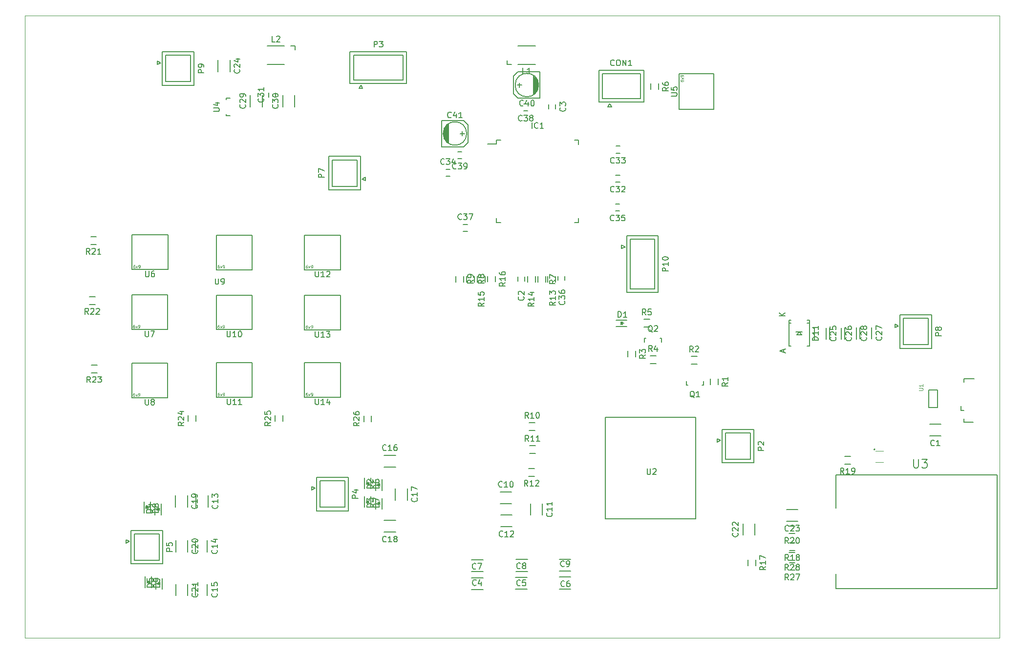
<source format=gbr>
%TF.GenerationSoftware,KiCad,Pcbnew,4.0.2+dfsg1-stable*%
%TF.CreationDate,2018-10-18T10:35:51+03:00*%
%TF.ProjectId,xmobile,786D6F62696C652E6B696361645F7063,rev?*%
%TF.FileFunction,Legend,Top*%
%FSLAX46Y46*%
G04 Gerber Fmt 4.6, Leading zero omitted, Abs format (unit mm)*
G04 Created by KiCad (PCBNEW 4.0.2+dfsg1-stable) date Чт 18 окт 2018 10:35:51*
%MOMM*%
G01*
G04 APERTURE LIST*
%ADD10C,0.150000*%
%ADD11C,0.100000*%
%ADD12C,0.125000*%
G04 APERTURE END LIST*
D10*
D11*
X184150000Y-121920000D02*
X15240000Y-121920000D01*
X184150000Y-13970000D02*
X184150000Y-121920000D01*
X182880000Y-13970000D02*
X184150000Y-13970000D01*
X15240000Y-13970000D02*
X182880000Y-13970000D01*
X15240000Y-121920000D02*
X15240000Y-13970000D01*
D10*
X172050000Y-86825000D02*
X174050000Y-86825000D01*
X174050000Y-84775000D02*
X172050000Y-84775000D01*
X94700000Y-111450000D02*
X92700000Y-111450000D01*
X92700000Y-113500000D02*
X94700000Y-113500000D01*
X102300000Y-111375000D02*
X100300000Y-111375000D01*
X100300000Y-113425000D02*
X102300000Y-113425000D01*
X109875000Y-111325000D02*
X107875000Y-111325000D01*
X107875000Y-113375000D02*
X109875000Y-113375000D01*
X94700000Y-108350000D02*
X92700000Y-108350000D01*
X92700000Y-110400000D02*
X94700000Y-110400000D01*
X102375000Y-108275000D02*
X100375000Y-108275000D01*
X100375000Y-110325000D02*
X102375000Y-110325000D01*
X109875000Y-108250000D02*
X107875000Y-108250000D01*
X107875000Y-110300000D02*
X109875000Y-110300000D01*
X99625000Y-96550000D02*
X97625000Y-96550000D01*
X97625000Y-98600000D02*
X99625000Y-98600000D01*
X104950000Y-100575000D02*
X104950000Y-98575000D01*
X102900000Y-98575000D02*
X102900000Y-100575000D01*
X97725000Y-102600000D02*
X99725000Y-102600000D01*
X99725000Y-100550000D02*
X97725000Y-100550000D01*
X47000000Y-99175000D02*
X47000000Y-97175000D01*
X44950000Y-97175000D02*
X44950000Y-99175000D01*
X46900000Y-106975000D02*
X46900000Y-104975000D01*
X44850000Y-104975000D02*
X44850000Y-106975000D01*
X46900000Y-114525000D02*
X46900000Y-112525000D01*
X44850000Y-112525000D02*
X44850000Y-114525000D01*
X79525000Y-90200000D02*
X77525000Y-90200000D01*
X77525000Y-92250000D02*
X79525000Y-92250000D01*
X81550000Y-97975000D02*
X81550000Y-95975000D01*
X79500000Y-95975000D02*
X79500000Y-97975000D01*
X77525000Y-103500000D02*
X79525000Y-103500000D01*
X79525000Y-101450000D02*
X77525000Y-101450000D01*
X43450000Y-99175000D02*
X43450000Y-97175000D01*
X41400000Y-97175000D02*
X41400000Y-99175000D01*
X43500000Y-106975000D02*
X43500000Y-104975000D01*
X41450000Y-104975000D02*
X41450000Y-106975000D01*
X43500000Y-114525000D02*
X43500000Y-112525000D01*
X41450000Y-112525000D02*
X41450000Y-114525000D01*
X139715000Y-102052000D02*
X139715000Y-104052000D01*
X141765000Y-104052000D02*
X141765000Y-102052000D01*
X147250000Y-101625000D02*
X149250000Y-101625000D01*
X149250000Y-99575000D02*
X147250000Y-99575000D01*
X50800000Y-23625000D02*
X50800000Y-21625000D01*
X48750000Y-21625000D02*
X48750000Y-23625000D01*
X154125000Y-70075000D02*
X154125000Y-68075000D01*
X152075000Y-68075000D02*
X152075000Y-70075000D01*
X156800000Y-70075000D02*
X156800000Y-68075000D01*
X154750000Y-68075000D02*
X154750000Y-70075000D01*
X162045000Y-70005000D02*
X162045000Y-68005000D01*
X159995000Y-68005000D02*
X159995000Y-70005000D01*
X159425000Y-70050000D02*
X159425000Y-68050000D01*
X157375000Y-68050000D02*
X157375000Y-70050000D01*
X54350000Y-27725000D02*
X54350000Y-29725000D01*
X56400000Y-29725000D02*
X56400000Y-27725000D01*
X60000000Y-27725000D02*
X60000000Y-29725000D01*
X62050000Y-29725000D02*
X62050000Y-27725000D01*
X114725000Y-23400000D02*
X114725000Y-28900000D01*
X114725000Y-28900000D02*
X122525000Y-28900000D01*
X122525000Y-28900000D02*
X122525000Y-23400000D01*
X122525000Y-23400000D02*
X114725000Y-23400000D01*
X115325000Y-24000000D02*
X115325000Y-28300000D01*
X115325000Y-28300000D02*
X121925000Y-28300000D01*
X121925000Y-28300000D02*
X121925000Y-24000000D01*
X121925000Y-24000000D02*
X115325000Y-24000000D01*
X116625000Y-29150000D02*
X116325000Y-29750000D01*
X116325000Y-29750000D02*
X116925000Y-29750000D01*
X116925000Y-29750000D02*
X116625000Y-29150000D01*
X117725000Y-67850000D02*
X119625000Y-67850000D01*
X117725000Y-66750000D02*
X119625000Y-66750000D01*
X118625000Y-67300000D02*
X119075000Y-67300000D01*
X118575000Y-67050000D02*
X118575000Y-67550000D01*
X118575000Y-67300000D02*
X118825000Y-67050000D01*
X118825000Y-67050000D02*
X118825000Y-67550000D01*
X118825000Y-67550000D02*
X118575000Y-67300000D01*
X77175000Y-96275000D02*
X77175000Y-94375000D01*
X76075000Y-96275000D02*
X76075000Y-94375000D01*
X76625000Y-95375000D02*
X76625000Y-94925000D01*
X76375000Y-95425000D02*
X76875000Y-95425000D01*
X76625000Y-95425000D02*
X76375000Y-95175000D01*
X76375000Y-95175000D02*
X76875000Y-95175000D01*
X76875000Y-95175000D02*
X76625000Y-95425000D01*
X77175000Y-99525000D02*
X77175000Y-97625000D01*
X76075000Y-99525000D02*
X76075000Y-97625000D01*
X76625000Y-98625000D02*
X76625000Y-98175000D01*
X76375000Y-98675000D02*
X76875000Y-98675000D01*
X76625000Y-98675000D02*
X76375000Y-98425000D01*
X76375000Y-98425000D02*
X76875000Y-98425000D01*
X76875000Y-98425000D02*
X76625000Y-98675000D01*
X38925000Y-100525000D02*
X38925000Y-98625000D01*
X37825000Y-100525000D02*
X37825000Y-98625000D01*
X38375000Y-99625000D02*
X38375000Y-99175000D01*
X38125000Y-99675000D02*
X38625000Y-99675000D01*
X38375000Y-99675000D02*
X38125000Y-99425000D01*
X38125000Y-99425000D02*
X38625000Y-99425000D01*
X38625000Y-99425000D02*
X38375000Y-99675000D01*
X39075000Y-113425000D02*
X39075000Y-111525000D01*
X37975000Y-113425000D02*
X37975000Y-111525000D01*
X38525000Y-112525000D02*
X38525000Y-112075000D01*
X38275000Y-112575000D02*
X38775000Y-112575000D01*
X38525000Y-112575000D02*
X38275000Y-112325000D01*
X38275000Y-112325000D02*
X38775000Y-112325000D01*
X38775000Y-112325000D02*
X38525000Y-112575000D01*
X74165000Y-94085000D02*
X74165000Y-95985000D01*
X75265000Y-94085000D02*
X75265000Y-95985000D01*
X74715000Y-94985000D02*
X74715000Y-95435000D01*
X74965000Y-94935000D02*
X74465000Y-94935000D01*
X74715000Y-94935000D02*
X74965000Y-95185000D01*
X74965000Y-95185000D02*
X74465000Y-95185000D01*
X74465000Y-95185000D02*
X74715000Y-94935000D01*
X74125000Y-97325000D02*
X74125000Y-99225000D01*
X75225000Y-97325000D02*
X75225000Y-99225000D01*
X74675000Y-98225000D02*
X74675000Y-98675000D01*
X74925000Y-98175000D02*
X74425000Y-98175000D01*
X74675000Y-98175000D02*
X74925000Y-98425000D01*
X74925000Y-98425000D02*
X74425000Y-98425000D01*
X74425000Y-98425000D02*
X74675000Y-98175000D01*
X35915000Y-98285000D02*
X35915000Y-100185000D01*
X37015000Y-98285000D02*
X37015000Y-100185000D01*
X36465000Y-99185000D02*
X36465000Y-99635000D01*
X36715000Y-99135000D02*
X36215000Y-99135000D01*
X36465000Y-99135000D02*
X36715000Y-99385000D01*
X36715000Y-99385000D02*
X36215000Y-99385000D01*
X36215000Y-99385000D02*
X36465000Y-99135000D01*
X36115000Y-111225000D02*
X36115000Y-113125000D01*
X37215000Y-111225000D02*
X37215000Y-113125000D01*
X36665000Y-112125000D02*
X36665000Y-112575000D01*
X36915000Y-112075000D02*
X36415000Y-112075000D01*
X36665000Y-112075000D02*
X36915000Y-112325000D01*
X36915000Y-112325000D02*
X36415000Y-112325000D01*
X36415000Y-112325000D02*
X36665000Y-112075000D01*
D11*
X164000000Y-91425000D02*
X162700000Y-91425000D01*
X162700000Y-89425000D02*
X164000000Y-89425000D01*
D10*
X162600000Y-89175000D02*
G75*
G03X162600000Y-89175000I-100000J0D01*
G01*
X149475000Y-68775000D02*
X149925000Y-69325000D01*
X149925000Y-69325000D02*
X149025000Y-69325000D01*
X149025000Y-69325000D02*
X149475000Y-68775000D01*
X150025000Y-68775000D02*
X148925000Y-68775000D01*
X147724940Y-67225860D02*
X148075460Y-67225860D01*
X151225060Y-67225860D02*
X150874540Y-67225860D01*
X147724940Y-71275440D02*
X148075460Y-71275440D01*
X147724940Y-66774560D02*
X148075460Y-66774560D01*
X151225060Y-66774560D02*
X150874540Y-66774560D01*
X151225060Y-71275440D02*
X150874540Y-71275440D01*
X147724940Y-66774560D02*
X147724940Y-71275440D01*
X151225060Y-66774560D02*
X151225060Y-71275440D01*
X98875000Y-22375000D02*
X98875000Y-21725000D01*
X99625000Y-22375000D02*
X98875000Y-22375000D01*
X103725000Y-22375000D02*
X100725000Y-22375000D01*
X100725000Y-19175000D02*
X103725000Y-19175000D01*
X62125000Y-19175000D02*
X62125000Y-19825000D01*
X61375000Y-19175000D02*
X62125000Y-19175000D01*
X57275000Y-19175000D02*
X60275000Y-19175000D01*
X60275000Y-22375000D02*
X57275000Y-22375000D01*
X177512000Y-81694000D02*
X177512000Y-82394000D01*
X177512000Y-82394000D02*
X178012000Y-82394000D01*
X179812000Y-76894000D02*
X178012000Y-76894000D01*
X178012000Y-76894000D02*
X178012000Y-77494000D01*
X179612000Y-84494000D02*
X178012000Y-84494000D01*
X178012000Y-84494000D02*
X178012000Y-83894000D01*
X71625000Y-20175000D02*
X71625000Y-25675000D01*
X71625000Y-25675000D02*
X81425000Y-25675000D01*
X81425000Y-25675000D02*
X81425000Y-20175000D01*
X81425000Y-20175000D02*
X71625000Y-20175000D01*
X72225000Y-20775000D02*
X72225000Y-25075000D01*
X72225000Y-25075000D02*
X80825000Y-25075000D01*
X80825000Y-25075000D02*
X80825000Y-20775000D01*
X80825000Y-20775000D02*
X72225000Y-20775000D01*
X73525000Y-25925000D02*
X73225000Y-26525000D01*
X73225000Y-26525000D02*
X73825000Y-26525000D01*
X73825000Y-26525000D02*
X73525000Y-25925000D01*
X130095840Y-78035240D02*
X130144100Y-78035240D01*
X132894820Y-77334200D02*
X132894820Y-78035240D01*
X132894820Y-78035240D02*
X132645900Y-78035240D01*
X130095840Y-78035240D02*
X129895180Y-78035240D01*
X129895180Y-78035240D02*
X129895180Y-77334200D01*
X125434160Y-69864760D02*
X125385900Y-69864760D01*
X122635180Y-70565800D02*
X122635180Y-69864760D01*
X122635180Y-69864760D02*
X122884100Y-69864760D01*
X125434160Y-69864760D02*
X125634820Y-69864760D01*
X125634820Y-69864760D02*
X125634820Y-70565800D01*
X134075000Y-77950000D02*
X134075000Y-76950000D01*
X135425000Y-76950000D02*
X135425000Y-77950000D01*
X131750000Y-74400000D02*
X130750000Y-74400000D01*
X130750000Y-73050000D02*
X131750000Y-73050000D01*
X119800000Y-73100000D02*
X119800000Y-72100000D01*
X121150000Y-72100000D02*
X121150000Y-73100000D01*
X124650000Y-74300000D02*
X123650000Y-74300000D01*
X123650000Y-72950000D02*
X124650000Y-72950000D01*
X123550000Y-67975000D02*
X122550000Y-67975000D01*
X122550000Y-66625000D02*
X123550000Y-66625000D01*
X123775000Y-26725000D02*
X123775000Y-25725000D01*
X125125000Y-25725000D02*
X125125000Y-26725000D01*
X104150000Y-60175000D02*
X104150000Y-59175000D01*
X105500000Y-59175000D02*
X105500000Y-60175000D01*
X91825000Y-60125000D02*
X91825000Y-59125000D01*
X93175000Y-59125000D02*
X93175000Y-60125000D01*
X89975000Y-60125000D02*
X89975000Y-59125000D01*
X91325000Y-59125000D02*
X91325000Y-60125000D01*
X103675000Y-85875000D02*
X102675000Y-85875000D01*
X102675000Y-84525000D02*
X103675000Y-84525000D01*
X103725000Y-89900000D02*
X102725000Y-89900000D01*
X102725000Y-88550000D02*
X103725000Y-88550000D01*
X102575000Y-92500000D02*
X103575000Y-92500000D01*
X103575000Y-93850000D02*
X102575000Y-93850000D01*
X105900000Y-60150000D02*
X105900000Y-59150000D01*
X107250000Y-59150000D02*
X107250000Y-60150000D01*
X102375000Y-60175000D02*
X102375000Y-59175000D01*
X103725000Y-59175000D02*
X103725000Y-60175000D01*
X93700000Y-60125000D02*
X93700000Y-59125000D01*
X95050000Y-59125000D02*
X95050000Y-60125000D01*
X95500000Y-60100000D02*
X95500000Y-59100000D01*
X96850000Y-59100000D02*
X96850000Y-60100000D01*
X140625000Y-109350000D02*
X140625000Y-108350000D01*
X141975000Y-108350000D02*
X141975000Y-109350000D01*
X147750000Y-105400000D02*
X148750000Y-105400000D01*
X148750000Y-106750000D02*
X147750000Y-106750000D01*
X157350000Y-90400000D02*
X158350000Y-90400000D01*
X158350000Y-91750000D02*
X157350000Y-91750000D01*
X147725000Y-102450000D02*
X148725000Y-102450000D01*
X148725000Y-103800000D02*
X147725000Y-103800000D01*
X26675000Y-52275000D02*
X27675000Y-52275000D01*
X27675000Y-53625000D02*
X26675000Y-53625000D01*
X26450000Y-62675000D02*
X27450000Y-62675000D01*
X27450000Y-64025000D02*
X26450000Y-64025000D01*
X26775000Y-74525000D02*
X27775000Y-74525000D01*
X27775000Y-75875000D02*
X26775000Y-75875000D01*
X44950000Y-83300000D02*
X44950000Y-84300000D01*
X43600000Y-84300000D02*
X43600000Y-83300000D01*
X59975000Y-83300000D02*
X59975000Y-84300000D01*
X58625000Y-84300000D02*
X58625000Y-83300000D01*
X75350000Y-83375000D02*
X75350000Y-84375000D01*
X74000000Y-84375000D02*
X74000000Y-83375000D01*
X147750000Y-108800000D02*
X148750000Y-108800000D01*
X148750000Y-110150000D02*
X147750000Y-110150000D01*
X147725000Y-107100000D02*
X148725000Y-107100000D01*
X148725000Y-108450000D02*
X147725000Y-108450000D01*
X171950000Y-78900000D02*
X173450000Y-78900000D01*
X173450000Y-78900000D02*
X173450000Y-81900000D01*
X173450000Y-81900000D02*
X171950000Y-81900000D01*
X171950000Y-81900000D02*
X171950000Y-78900000D01*
X131570000Y-83620000D02*
X115870000Y-83620000D01*
X115870000Y-83620000D02*
X115870000Y-101220000D01*
X115870000Y-101220000D02*
X131570000Y-101220000D01*
X131570000Y-101220000D02*
X131570000Y-83620000D01*
X183755000Y-113290000D02*
X183755000Y-93605000D01*
X183755000Y-93605000D02*
X155815000Y-93605000D01*
X155815000Y-93605000D02*
X155815000Y-99320000D01*
X157085000Y-113290000D02*
X155815000Y-113290000D01*
X155815000Y-113290000D02*
X155815000Y-110750000D01*
X157085000Y-113290000D02*
X183755000Y-113290000D01*
X50124760Y-28475840D02*
X50124760Y-28524100D01*
X50825800Y-31274820D02*
X50124760Y-31274820D01*
X50124760Y-31274820D02*
X50124760Y-31025900D01*
X50124760Y-28475840D02*
X50124760Y-28275180D01*
X50124760Y-28275180D02*
X50825800Y-28275180D01*
X134650000Y-30200000D02*
X128650000Y-30200000D01*
X128650000Y-24000000D02*
X128650000Y-30200000D01*
X134650000Y-24000000D02*
X128650000Y-24000000D01*
X134650000Y-24000000D02*
X134650000Y-30200000D01*
X40050000Y-51975000D02*
X40050000Y-57975000D01*
X33850000Y-57975000D02*
X40050000Y-57975000D01*
X33850000Y-51975000D02*
X33850000Y-57975000D01*
X33850000Y-51975000D02*
X40050000Y-51975000D01*
X40000000Y-62375000D02*
X40000000Y-68375000D01*
X33800000Y-68375000D02*
X40000000Y-68375000D01*
X33800000Y-62375000D02*
X33800000Y-68375000D01*
X33800000Y-62375000D02*
X40000000Y-62375000D01*
X40000000Y-74200000D02*
X40000000Y-80200000D01*
X33800000Y-80200000D02*
X40000000Y-80200000D01*
X33800000Y-74200000D02*
X33800000Y-80200000D01*
X33800000Y-74200000D02*
X40000000Y-74200000D01*
X54675000Y-52000000D02*
X54675000Y-58000000D01*
X48475000Y-58000000D02*
X54675000Y-58000000D01*
X48475000Y-52000000D02*
X48475000Y-58000000D01*
X48475000Y-52000000D02*
X54675000Y-52000000D01*
X54650000Y-62400000D02*
X54650000Y-68400000D01*
X48450000Y-68400000D02*
X54650000Y-68400000D01*
X48450000Y-62400000D02*
X48450000Y-68400000D01*
X48450000Y-62400000D02*
X54650000Y-62400000D01*
X54675000Y-74150000D02*
X54675000Y-80150000D01*
X48475000Y-80150000D02*
X54675000Y-80150000D01*
X48475000Y-74150000D02*
X48475000Y-80150000D01*
X48475000Y-74150000D02*
X54675000Y-74150000D01*
X69950000Y-52000000D02*
X69950000Y-58000000D01*
X63750000Y-58000000D02*
X69950000Y-58000000D01*
X63750000Y-52000000D02*
X63750000Y-58000000D01*
X63750000Y-52000000D02*
X69950000Y-52000000D01*
X69950000Y-62450000D02*
X69950000Y-68450000D01*
X63750000Y-68450000D02*
X69950000Y-68450000D01*
X63750000Y-62450000D02*
X63750000Y-68450000D01*
X63750000Y-62450000D02*
X69950000Y-62450000D01*
X69950000Y-74150000D02*
X69950000Y-80150000D01*
X63750000Y-80150000D02*
X69950000Y-80150000D01*
X63750000Y-74150000D02*
X63750000Y-80150000D01*
X63750000Y-74150000D02*
X69950000Y-74150000D01*
X67950000Y-44150000D02*
X73450000Y-44150000D01*
X73450000Y-44150000D02*
X73450000Y-38350000D01*
X73450000Y-38350000D02*
X67950000Y-38350000D01*
X67950000Y-38350000D02*
X67950000Y-44150000D01*
X68550000Y-43550000D02*
X72850000Y-43550000D01*
X72850000Y-43550000D02*
X72850000Y-38950000D01*
X72850000Y-38950000D02*
X68550000Y-38950000D01*
X68550000Y-38950000D02*
X68550000Y-43550000D01*
X73700000Y-42250000D02*
X74300000Y-42550000D01*
X74300000Y-42550000D02*
X74300000Y-41950000D01*
X74300000Y-41950000D02*
X73700000Y-42250000D01*
X107225000Y-29375000D02*
X107225000Y-30075000D01*
X106025000Y-30075000D02*
X106025000Y-29375000D01*
X57525000Y-28025000D02*
X57525000Y-27325000D01*
X58725000Y-27325000D02*
X58725000Y-28025000D01*
X100624000Y-25975000D02*
X101386000Y-25975000D01*
X101005000Y-26356000D02*
X101005000Y-25594000D01*
X100751000Y-23689000D02*
X104561000Y-23689000D01*
X99989000Y-27499000D02*
X99989000Y-24451000D01*
X100751000Y-23689000D02*
X99989000Y-24451000D01*
X100751000Y-28261000D02*
X104561000Y-28261000D01*
X100751000Y-28261000D02*
X99989000Y-27499000D01*
X104307000Y-25848000D02*
X104307000Y-26102000D01*
X104180000Y-26610000D02*
X104180000Y-25340000D01*
X104053000Y-25086000D02*
X104053000Y-26864000D01*
X103926000Y-24832000D02*
X103926000Y-27118000D01*
X103799000Y-27245000D02*
X103799000Y-24705000D01*
X103672000Y-24578000D02*
X103672000Y-27372000D01*
X103545000Y-27499000D02*
X103545000Y-24451000D01*
X103418000Y-27626000D02*
X103418000Y-24324000D01*
X104561000Y-28261000D02*
X104561000Y-23689000D01*
X104307000Y-25975000D02*
G75*
G03X104307000Y-25975000I-2032000J0D01*
G01*
X91451000Y-34375000D02*
X90689000Y-34375000D01*
X91070000Y-33994000D02*
X91070000Y-34756000D01*
X91324000Y-36661000D02*
X87514000Y-36661000D01*
X92086000Y-32851000D02*
X92086000Y-35899000D01*
X91324000Y-36661000D02*
X92086000Y-35899000D01*
X91324000Y-32089000D02*
X87514000Y-32089000D01*
X91324000Y-32089000D02*
X92086000Y-32851000D01*
X87768000Y-34502000D02*
X87768000Y-34248000D01*
X87895000Y-33740000D02*
X87895000Y-35010000D01*
X88022000Y-35264000D02*
X88022000Y-33486000D01*
X88149000Y-35518000D02*
X88149000Y-33232000D01*
X88276000Y-33105000D02*
X88276000Y-35645000D01*
X88403000Y-35772000D02*
X88403000Y-32978000D01*
X88530000Y-32851000D02*
X88530000Y-35899000D01*
X88657000Y-32724000D02*
X88657000Y-36026000D01*
X87514000Y-32089000D02*
X87514000Y-36661000D01*
X91832000Y-34375000D02*
G75*
G03X91832000Y-34375000I-2032000J0D01*
G01*
X125050000Y-52125000D02*
X119550000Y-52125000D01*
X119550000Y-52125000D02*
X119550000Y-61925000D01*
X119550000Y-61925000D02*
X125050000Y-61925000D01*
X125050000Y-61925000D02*
X125050000Y-52125000D01*
X124450000Y-52725000D02*
X120150000Y-52725000D01*
X120150000Y-52725000D02*
X120150000Y-61325000D01*
X120150000Y-61325000D02*
X124450000Y-61325000D01*
X124450000Y-61325000D02*
X124450000Y-52725000D01*
X119300000Y-54025000D02*
X118700000Y-53725000D01*
X118700000Y-53725000D02*
X118700000Y-54325000D01*
X118700000Y-54325000D02*
X119300000Y-54025000D01*
X97000000Y-35550000D02*
X97000000Y-36200000D01*
X111250000Y-35550000D02*
X111250000Y-36310000D01*
X111250000Y-49800000D02*
X111250000Y-49040000D01*
X97000000Y-49800000D02*
X97000000Y-49040000D01*
X97000000Y-35550000D02*
X97760000Y-35550000D01*
X97000000Y-49800000D02*
X97760000Y-49800000D01*
X111250000Y-49800000D02*
X110490000Y-49800000D01*
X111250000Y-35550000D02*
X110490000Y-35550000D01*
X97000000Y-36200000D02*
X95475000Y-36200000D01*
X100675000Y-59950000D02*
X100675000Y-59250000D01*
X101875000Y-59250000D02*
X101875000Y-59950000D01*
X118375000Y-42775000D02*
X117675000Y-42775000D01*
X117675000Y-41575000D02*
X118375000Y-41575000D01*
X118400000Y-37775000D02*
X117700000Y-37775000D01*
X117700000Y-36575000D02*
X118400000Y-36575000D01*
X88250000Y-40600000D02*
X88950000Y-40600000D01*
X88950000Y-41800000D02*
X88250000Y-41800000D01*
X118350000Y-47775000D02*
X117650000Y-47775000D01*
X117650000Y-46575000D02*
X118350000Y-46575000D01*
X107650000Y-59800000D02*
X107650000Y-59100000D01*
X108850000Y-59100000D02*
X108850000Y-59800000D01*
X91250000Y-50150000D02*
X91950000Y-50150000D01*
X91950000Y-51350000D02*
X91250000Y-51350000D01*
X102425000Y-30450000D02*
X101725000Y-30450000D01*
X101725000Y-29250000D02*
X102425000Y-29250000D01*
X91000000Y-38775000D02*
X90300000Y-38775000D01*
X90300000Y-37575000D02*
X91000000Y-37575000D01*
X71325000Y-94025000D02*
X65825000Y-94025000D01*
X65825000Y-94025000D02*
X65825000Y-99825000D01*
X65825000Y-99825000D02*
X71325000Y-99825000D01*
X71325000Y-99825000D02*
X71325000Y-94025000D01*
X70725000Y-94625000D02*
X66425000Y-94625000D01*
X66425000Y-94625000D02*
X66425000Y-99225000D01*
X66425000Y-99225000D02*
X70725000Y-99225000D01*
X70725000Y-99225000D02*
X70725000Y-94625000D01*
X65575000Y-95925000D02*
X64975000Y-95625000D01*
X64975000Y-95625000D02*
X64975000Y-96225000D01*
X64975000Y-96225000D02*
X65575000Y-95925000D01*
X39125000Y-103225000D02*
X33625000Y-103225000D01*
X33625000Y-103225000D02*
X33625000Y-109025000D01*
X33625000Y-109025000D02*
X39125000Y-109025000D01*
X39125000Y-109025000D02*
X39125000Y-103225000D01*
X38525000Y-103825000D02*
X34225000Y-103825000D01*
X34225000Y-103825000D02*
X34225000Y-108425000D01*
X34225000Y-108425000D02*
X38525000Y-108425000D01*
X38525000Y-108425000D02*
X38525000Y-103825000D01*
X33375000Y-105125000D02*
X32775000Y-104825000D01*
X32775000Y-104825000D02*
X32775000Y-105425000D01*
X32775000Y-105425000D02*
X33375000Y-105125000D01*
X141625000Y-85700000D02*
X136125000Y-85700000D01*
X136125000Y-85700000D02*
X136125000Y-91500000D01*
X136125000Y-91500000D02*
X141625000Y-91500000D01*
X141625000Y-91500000D02*
X141625000Y-85700000D01*
X141025000Y-86300000D02*
X136725000Y-86300000D01*
X136725000Y-86300000D02*
X136725000Y-90900000D01*
X136725000Y-90900000D02*
X141025000Y-90900000D01*
X141025000Y-90900000D02*
X141025000Y-86300000D01*
X135875000Y-87600000D02*
X135275000Y-87300000D01*
X135275000Y-87300000D02*
X135275000Y-87900000D01*
X135275000Y-87900000D02*
X135875000Y-87600000D01*
X172390000Y-65835000D02*
X166890000Y-65835000D01*
X166890000Y-65835000D02*
X166890000Y-71635000D01*
X166890000Y-71635000D02*
X172390000Y-71635000D01*
X172390000Y-71635000D02*
X172390000Y-65835000D01*
X171790000Y-66435000D02*
X167490000Y-66435000D01*
X167490000Y-66435000D02*
X167490000Y-71035000D01*
X167490000Y-71035000D02*
X171790000Y-71035000D01*
X171790000Y-71035000D02*
X171790000Y-66435000D01*
X166640000Y-67735000D02*
X166040000Y-67435000D01*
X166040000Y-67435000D02*
X166040000Y-68035000D01*
X166040000Y-68035000D02*
X166640000Y-67735000D01*
X44600000Y-20200000D02*
X39100000Y-20200000D01*
X39100000Y-20200000D02*
X39100000Y-26000000D01*
X39100000Y-26000000D02*
X44600000Y-26000000D01*
X44600000Y-26000000D02*
X44600000Y-20200000D01*
X44000000Y-20800000D02*
X39700000Y-20800000D01*
X39700000Y-20800000D02*
X39700000Y-25400000D01*
X39700000Y-25400000D02*
X44000000Y-25400000D01*
X44000000Y-25400000D02*
X44000000Y-20800000D01*
X38850000Y-22100000D02*
X38250000Y-21800000D01*
X38250000Y-21800000D02*
X38250000Y-22400000D01*
X38250000Y-22400000D02*
X38850000Y-22100000D01*
X172883334Y-88457143D02*
X172835715Y-88504762D01*
X172692858Y-88552381D01*
X172597620Y-88552381D01*
X172454762Y-88504762D01*
X172359524Y-88409524D01*
X172311905Y-88314286D01*
X172264286Y-88123810D01*
X172264286Y-87980952D01*
X172311905Y-87790476D01*
X172359524Y-87695238D01*
X172454762Y-87600000D01*
X172597620Y-87552381D01*
X172692858Y-87552381D01*
X172835715Y-87600000D01*
X172883334Y-87647619D01*
X173835715Y-88552381D02*
X173264286Y-88552381D01*
X173550000Y-88552381D02*
X173550000Y-87552381D01*
X173454762Y-87695238D01*
X173359524Y-87790476D01*
X173264286Y-87838095D01*
X93483334Y-112682143D02*
X93435715Y-112729762D01*
X93292858Y-112777381D01*
X93197620Y-112777381D01*
X93054762Y-112729762D01*
X92959524Y-112634524D01*
X92911905Y-112539286D01*
X92864286Y-112348810D01*
X92864286Y-112205952D01*
X92911905Y-112015476D01*
X92959524Y-111920238D01*
X93054762Y-111825000D01*
X93197620Y-111777381D01*
X93292858Y-111777381D01*
X93435715Y-111825000D01*
X93483334Y-111872619D01*
X94340477Y-112110714D02*
X94340477Y-112777381D01*
X94102381Y-111729762D02*
X93864286Y-112444048D01*
X94483334Y-112444048D01*
X101133334Y-112732143D02*
X101085715Y-112779762D01*
X100942858Y-112827381D01*
X100847620Y-112827381D01*
X100704762Y-112779762D01*
X100609524Y-112684524D01*
X100561905Y-112589286D01*
X100514286Y-112398810D01*
X100514286Y-112255952D01*
X100561905Y-112065476D01*
X100609524Y-111970238D01*
X100704762Y-111875000D01*
X100847620Y-111827381D01*
X100942858Y-111827381D01*
X101085715Y-111875000D01*
X101133334Y-111922619D01*
X102038096Y-111827381D02*
X101561905Y-111827381D01*
X101514286Y-112303571D01*
X101561905Y-112255952D01*
X101657143Y-112208333D01*
X101895239Y-112208333D01*
X101990477Y-112255952D01*
X102038096Y-112303571D01*
X102085715Y-112398810D01*
X102085715Y-112636905D01*
X102038096Y-112732143D01*
X101990477Y-112779762D01*
X101895239Y-112827381D01*
X101657143Y-112827381D01*
X101561905Y-112779762D01*
X101514286Y-112732143D01*
X108783334Y-112882143D02*
X108735715Y-112929762D01*
X108592858Y-112977381D01*
X108497620Y-112977381D01*
X108354762Y-112929762D01*
X108259524Y-112834524D01*
X108211905Y-112739286D01*
X108164286Y-112548810D01*
X108164286Y-112405952D01*
X108211905Y-112215476D01*
X108259524Y-112120238D01*
X108354762Y-112025000D01*
X108497620Y-111977381D01*
X108592858Y-111977381D01*
X108735715Y-112025000D01*
X108783334Y-112072619D01*
X109640477Y-111977381D02*
X109450000Y-111977381D01*
X109354762Y-112025000D01*
X109307143Y-112072619D01*
X109211905Y-112215476D01*
X109164286Y-112405952D01*
X109164286Y-112786905D01*
X109211905Y-112882143D01*
X109259524Y-112929762D01*
X109354762Y-112977381D01*
X109545239Y-112977381D01*
X109640477Y-112929762D01*
X109688096Y-112882143D01*
X109735715Y-112786905D01*
X109735715Y-112548810D01*
X109688096Y-112453571D01*
X109640477Y-112405952D01*
X109545239Y-112358333D01*
X109354762Y-112358333D01*
X109259524Y-112405952D01*
X109211905Y-112453571D01*
X109164286Y-112548810D01*
X93433334Y-109857143D02*
X93385715Y-109904762D01*
X93242858Y-109952381D01*
X93147620Y-109952381D01*
X93004762Y-109904762D01*
X92909524Y-109809524D01*
X92861905Y-109714286D01*
X92814286Y-109523810D01*
X92814286Y-109380952D01*
X92861905Y-109190476D01*
X92909524Y-109095238D01*
X93004762Y-109000000D01*
X93147620Y-108952381D01*
X93242858Y-108952381D01*
X93385715Y-109000000D01*
X93433334Y-109047619D01*
X93766667Y-108952381D02*
X94433334Y-108952381D01*
X94004762Y-109952381D01*
X101133334Y-109782143D02*
X101085715Y-109829762D01*
X100942858Y-109877381D01*
X100847620Y-109877381D01*
X100704762Y-109829762D01*
X100609524Y-109734524D01*
X100561905Y-109639286D01*
X100514286Y-109448810D01*
X100514286Y-109305952D01*
X100561905Y-109115476D01*
X100609524Y-109020238D01*
X100704762Y-108925000D01*
X100847620Y-108877381D01*
X100942858Y-108877381D01*
X101085715Y-108925000D01*
X101133334Y-108972619D01*
X101704762Y-109305952D02*
X101609524Y-109258333D01*
X101561905Y-109210714D01*
X101514286Y-109115476D01*
X101514286Y-109067857D01*
X101561905Y-108972619D01*
X101609524Y-108925000D01*
X101704762Y-108877381D01*
X101895239Y-108877381D01*
X101990477Y-108925000D01*
X102038096Y-108972619D01*
X102085715Y-109067857D01*
X102085715Y-109115476D01*
X102038096Y-109210714D01*
X101990477Y-109258333D01*
X101895239Y-109305952D01*
X101704762Y-109305952D01*
X101609524Y-109353571D01*
X101561905Y-109401190D01*
X101514286Y-109496429D01*
X101514286Y-109686905D01*
X101561905Y-109782143D01*
X101609524Y-109829762D01*
X101704762Y-109877381D01*
X101895239Y-109877381D01*
X101990477Y-109829762D01*
X102038096Y-109782143D01*
X102085715Y-109686905D01*
X102085715Y-109496429D01*
X102038096Y-109401190D01*
X101990477Y-109353571D01*
X101895239Y-109305952D01*
X108733334Y-109407143D02*
X108685715Y-109454762D01*
X108542858Y-109502381D01*
X108447620Y-109502381D01*
X108304762Y-109454762D01*
X108209524Y-109359524D01*
X108161905Y-109264286D01*
X108114286Y-109073810D01*
X108114286Y-108930952D01*
X108161905Y-108740476D01*
X108209524Y-108645238D01*
X108304762Y-108550000D01*
X108447620Y-108502381D01*
X108542858Y-108502381D01*
X108685715Y-108550000D01*
X108733334Y-108597619D01*
X109209524Y-109502381D02*
X109400000Y-109502381D01*
X109495239Y-109454762D01*
X109542858Y-109407143D01*
X109638096Y-109264286D01*
X109685715Y-109073810D01*
X109685715Y-108692857D01*
X109638096Y-108597619D01*
X109590477Y-108550000D01*
X109495239Y-108502381D01*
X109304762Y-108502381D01*
X109209524Y-108550000D01*
X109161905Y-108597619D01*
X109114286Y-108692857D01*
X109114286Y-108930952D01*
X109161905Y-109026190D01*
X109209524Y-109073810D01*
X109304762Y-109121429D01*
X109495239Y-109121429D01*
X109590477Y-109073810D01*
X109638096Y-109026190D01*
X109685715Y-108930952D01*
X97982143Y-95632143D02*
X97934524Y-95679762D01*
X97791667Y-95727381D01*
X97696429Y-95727381D01*
X97553571Y-95679762D01*
X97458333Y-95584524D01*
X97410714Y-95489286D01*
X97363095Y-95298810D01*
X97363095Y-95155952D01*
X97410714Y-94965476D01*
X97458333Y-94870238D01*
X97553571Y-94775000D01*
X97696429Y-94727381D01*
X97791667Y-94727381D01*
X97934524Y-94775000D01*
X97982143Y-94822619D01*
X98934524Y-95727381D02*
X98363095Y-95727381D01*
X98648809Y-95727381D02*
X98648809Y-94727381D01*
X98553571Y-94870238D01*
X98458333Y-94965476D01*
X98363095Y-95013095D01*
X99553571Y-94727381D02*
X99648810Y-94727381D01*
X99744048Y-94775000D01*
X99791667Y-94822619D01*
X99839286Y-94917857D01*
X99886905Y-95108333D01*
X99886905Y-95346429D01*
X99839286Y-95536905D01*
X99791667Y-95632143D01*
X99744048Y-95679762D01*
X99648810Y-95727381D01*
X99553571Y-95727381D01*
X99458333Y-95679762D01*
X99410714Y-95632143D01*
X99363095Y-95536905D01*
X99315476Y-95346429D01*
X99315476Y-95108333D01*
X99363095Y-94917857D01*
X99410714Y-94822619D01*
X99458333Y-94775000D01*
X99553571Y-94727381D01*
X106582143Y-100217857D02*
X106629762Y-100265476D01*
X106677381Y-100408333D01*
X106677381Y-100503571D01*
X106629762Y-100646429D01*
X106534524Y-100741667D01*
X106439286Y-100789286D01*
X106248810Y-100836905D01*
X106105952Y-100836905D01*
X105915476Y-100789286D01*
X105820238Y-100741667D01*
X105725000Y-100646429D01*
X105677381Y-100503571D01*
X105677381Y-100408333D01*
X105725000Y-100265476D01*
X105772619Y-100217857D01*
X106677381Y-99265476D02*
X106677381Y-99836905D01*
X106677381Y-99551191D02*
X105677381Y-99551191D01*
X105820238Y-99646429D01*
X105915476Y-99741667D01*
X105963095Y-99836905D01*
X106677381Y-98313095D02*
X106677381Y-98884524D01*
X106677381Y-98598810D02*
X105677381Y-98598810D01*
X105820238Y-98694048D01*
X105915476Y-98789286D01*
X105963095Y-98884524D01*
X98082143Y-104232143D02*
X98034524Y-104279762D01*
X97891667Y-104327381D01*
X97796429Y-104327381D01*
X97653571Y-104279762D01*
X97558333Y-104184524D01*
X97510714Y-104089286D01*
X97463095Y-103898810D01*
X97463095Y-103755952D01*
X97510714Y-103565476D01*
X97558333Y-103470238D01*
X97653571Y-103375000D01*
X97796429Y-103327381D01*
X97891667Y-103327381D01*
X98034524Y-103375000D01*
X98082143Y-103422619D01*
X99034524Y-104327381D02*
X98463095Y-104327381D01*
X98748809Y-104327381D02*
X98748809Y-103327381D01*
X98653571Y-103470238D01*
X98558333Y-103565476D01*
X98463095Y-103613095D01*
X99415476Y-103422619D02*
X99463095Y-103375000D01*
X99558333Y-103327381D01*
X99796429Y-103327381D01*
X99891667Y-103375000D01*
X99939286Y-103422619D01*
X99986905Y-103517857D01*
X99986905Y-103613095D01*
X99939286Y-103755952D01*
X99367857Y-104327381D01*
X99986905Y-104327381D01*
X48632143Y-98817857D02*
X48679762Y-98865476D01*
X48727381Y-99008333D01*
X48727381Y-99103571D01*
X48679762Y-99246429D01*
X48584524Y-99341667D01*
X48489286Y-99389286D01*
X48298810Y-99436905D01*
X48155952Y-99436905D01*
X47965476Y-99389286D01*
X47870238Y-99341667D01*
X47775000Y-99246429D01*
X47727381Y-99103571D01*
X47727381Y-99008333D01*
X47775000Y-98865476D01*
X47822619Y-98817857D01*
X48727381Y-97865476D02*
X48727381Y-98436905D01*
X48727381Y-98151191D02*
X47727381Y-98151191D01*
X47870238Y-98246429D01*
X47965476Y-98341667D01*
X48013095Y-98436905D01*
X47727381Y-97532143D02*
X47727381Y-96913095D01*
X48108333Y-97246429D01*
X48108333Y-97103571D01*
X48155952Y-97008333D01*
X48203571Y-96960714D01*
X48298810Y-96913095D01*
X48536905Y-96913095D01*
X48632143Y-96960714D01*
X48679762Y-97008333D01*
X48727381Y-97103571D01*
X48727381Y-97389286D01*
X48679762Y-97484524D01*
X48632143Y-97532143D01*
X48532143Y-106617857D02*
X48579762Y-106665476D01*
X48627381Y-106808333D01*
X48627381Y-106903571D01*
X48579762Y-107046429D01*
X48484524Y-107141667D01*
X48389286Y-107189286D01*
X48198810Y-107236905D01*
X48055952Y-107236905D01*
X47865476Y-107189286D01*
X47770238Y-107141667D01*
X47675000Y-107046429D01*
X47627381Y-106903571D01*
X47627381Y-106808333D01*
X47675000Y-106665476D01*
X47722619Y-106617857D01*
X48627381Y-105665476D02*
X48627381Y-106236905D01*
X48627381Y-105951191D02*
X47627381Y-105951191D01*
X47770238Y-106046429D01*
X47865476Y-106141667D01*
X47913095Y-106236905D01*
X47960714Y-104808333D02*
X48627381Y-104808333D01*
X47579762Y-105046429D02*
X48294048Y-105284524D01*
X48294048Y-104665476D01*
X48532143Y-114167857D02*
X48579762Y-114215476D01*
X48627381Y-114358333D01*
X48627381Y-114453571D01*
X48579762Y-114596429D01*
X48484524Y-114691667D01*
X48389286Y-114739286D01*
X48198810Y-114786905D01*
X48055952Y-114786905D01*
X47865476Y-114739286D01*
X47770238Y-114691667D01*
X47675000Y-114596429D01*
X47627381Y-114453571D01*
X47627381Y-114358333D01*
X47675000Y-114215476D01*
X47722619Y-114167857D01*
X48627381Y-113215476D02*
X48627381Y-113786905D01*
X48627381Y-113501191D02*
X47627381Y-113501191D01*
X47770238Y-113596429D01*
X47865476Y-113691667D01*
X47913095Y-113786905D01*
X47627381Y-112310714D02*
X47627381Y-112786905D01*
X48103571Y-112834524D01*
X48055952Y-112786905D01*
X48008333Y-112691667D01*
X48008333Y-112453571D01*
X48055952Y-112358333D01*
X48103571Y-112310714D01*
X48198810Y-112263095D01*
X48436905Y-112263095D01*
X48532143Y-112310714D01*
X48579762Y-112358333D01*
X48627381Y-112453571D01*
X48627381Y-112691667D01*
X48579762Y-112786905D01*
X48532143Y-112834524D01*
X77882143Y-89282143D02*
X77834524Y-89329762D01*
X77691667Y-89377381D01*
X77596429Y-89377381D01*
X77453571Y-89329762D01*
X77358333Y-89234524D01*
X77310714Y-89139286D01*
X77263095Y-88948810D01*
X77263095Y-88805952D01*
X77310714Y-88615476D01*
X77358333Y-88520238D01*
X77453571Y-88425000D01*
X77596429Y-88377381D01*
X77691667Y-88377381D01*
X77834524Y-88425000D01*
X77882143Y-88472619D01*
X78834524Y-89377381D02*
X78263095Y-89377381D01*
X78548809Y-89377381D02*
X78548809Y-88377381D01*
X78453571Y-88520238D01*
X78358333Y-88615476D01*
X78263095Y-88663095D01*
X79691667Y-88377381D02*
X79501190Y-88377381D01*
X79405952Y-88425000D01*
X79358333Y-88472619D01*
X79263095Y-88615476D01*
X79215476Y-88805952D01*
X79215476Y-89186905D01*
X79263095Y-89282143D01*
X79310714Y-89329762D01*
X79405952Y-89377381D01*
X79596429Y-89377381D01*
X79691667Y-89329762D01*
X79739286Y-89282143D01*
X79786905Y-89186905D01*
X79786905Y-88948810D01*
X79739286Y-88853571D01*
X79691667Y-88805952D01*
X79596429Y-88758333D01*
X79405952Y-88758333D01*
X79310714Y-88805952D01*
X79263095Y-88853571D01*
X79215476Y-88948810D01*
X83182143Y-97617857D02*
X83229762Y-97665476D01*
X83277381Y-97808333D01*
X83277381Y-97903571D01*
X83229762Y-98046429D01*
X83134524Y-98141667D01*
X83039286Y-98189286D01*
X82848810Y-98236905D01*
X82705952Y-98236905D01*
X82515476Y-98189286D01*
X82420238Y-98141667D01*
X82325000Y-98046429D01*
X82277381Y-97903571D01*
X82277381Y-97808333D01*
X82325000Y-97665476D01*
X82372619Y-97617857D01*
X83277381Y-96665476D02*
X83277381Y-97236905D01*
X83277381Y-96951191D02*
X82277381Y-96951191D01*
X82420238Y-97046429D01*
X82515476Y-97141667D01*
X82563095Y-97236905D01*
X82277381Y-96332143D02*
X82277381Y-95665476D01*
X83277381Y-96094048D01*
X77882143Y-105132143D02*
X77834524Y-105179762D01*
X77691667Y-105227381D01*
X77596429Y-105227381D01*
X77453571Y-105179762D01*
X77358333Y-105084524D01*
X77310714Y-104989286D01*
X77263095Y-104798810D01*
X77263095Y-104655952D01*
X77310714Y-104465476D01*
X77358333Y-104370238D01*
X77453571Y-104275000D01*
X77596429Y-104227381D01*
X77691667Y-104227381D01*
X77834524Y-104275000D01*
X77882143Y-104322619D01*
X78834524Y-105227381D02*
X78263095Y-105227381D01*
X78548809Y-105227381D02*
X78548809Y-104227381D01*
X78453571Y-104370238D01*
X78358333Y-104465476D01*
X78263095Y-104513095D01*
X79405952Y-104655952D02*
X79310714Y-104608333D01*
X79263095Y-104560714D01*
X79215476Y-104465476D01*
X79215476Y-104417857D01*
X79263095Y-104322619D01*
X79310714Y-104275000D01*
X79405952Y-104227381D01*
X79596429Y-104227381D01*
X79691667Y-104275000D01*
X79739286Y-104322619D01*
X79786905Y-104417857D01*
X79786905Y-104465476D01*
X79739286Y-104560714D01*
X79691667Y-104608333D01*
X79596429Y-104655952D01*
X79405952Y-104655952D01*
X79310714Y-104703571D01*
X79263095Y-104751190D01*
X79215476Y-104846429D01*
X79215476Y-105036905D01*
X79263095Y-105132143D01*
X79310714Y-105179762D01*
X79405952Y-105227381D01*
X79596429Y-105227381D01*
X79691667Y-105179762D01*
X79739286Y-105132143D01*
X79786905Y-105036905D01*
X79786905Y-104846429D01*
X79739286Y-104751190D01*
X79691667Y-104703571D01*
X79596429Y-104655952D01*
X45082143Y-98817857D02*
X45129762Y-98865476D01*
X45177381Y-99008333D01*
X45177381Y-99103571D01*
X45129762Y-99246429D01*
X45034524Y-99341667D01*
X44939286Y-99389286D01*
X44748810Y-99436905D01*
X44605952Y-99436905D01*
X44415476Y-99389286D01*
X44320238Y-99341667D01*
X44225000Y-99246429D01*
X44177381Y-99103571D01*
X44177381Y-99008333D01*
X44225000Y-98865476D01*
X44272619Y-98817857D01*
X45177381Y-97865476D02*
X45177381Y-98436905D01*
X45177381Y-98151191D02*
X44177381Y-98151191D01*
X44320238Y-98246429D01*
X44415476Y-98341667D01*
X44463095Y-98436905D01*
X45177381Y-97389286D02*
X45177381Y-97198810D01*
X45129762Y-97103571D01*
X45082143Y-97055952D01*
X44939286Y-96960714D01*
X44748810Y-96913095D01*
X44367857Y-96913095D01*
X44272619Y-96960714D01*
X44225000Y-97008333D01*
X44177381Y-97103571D01*
X44177381Y-97294048D01*
X44225000Y-97389286D01*
X44272619Y-97436905D01*
X44367857Y-97484524D01*
X44605952Y-97484524D01*
X44701190Y-97436905D01*
X44748810Y-97389286D01*
X44796429Y-97294048D01*
X44796429Y-97103571D01*
X44748810Y-97008333D01*
X44701190Y-96960714D01*
X44605952Y-96913095D01*
X45132143Y-106617857D02*
X45179762Y-106665476D01*
X45227381Y-106808333D01*
X45227381Y-106903571D01*
X45179762Y-107046429D01*
X45084524Y-107141667D01*
X44989286Y-107189286D01*
X44798810Y-107236905D01*
X44655952Y-107236905D01*
X44465476Y-107189286D01*
X44370238Y-107141667D01*
X44275000Y-107046429D01*
X44227381Y-106903571D01*
X44227381Y-106808333D01*
X44275000Y-106665476D01*
X44322619Y-106617857D01*
X44322619Y-106236905D02*
X44275000Y-106189286D01*
X44227381Y-106094048D01*
X44227381Y-105855952D01*
X44275000Y-105760714D01*
X44322619Y-105713095D01*
X44417857Y-105665476D01*
X44513095Y-105665476D01*
X44655952Y-105713095D01*
X45227381Y-106284524D01*
X45227381Y-105665476D01*
X44227381Y-105046429D02*
X44227381Y-104951190D01*
X44275000Y-104855952D01*
X44322619Y-104808333D01*
X44417857Y-104760714D01*
X44608333Y-104713095D01*
X44846429Y-104713095D01*
X45036905Y-104760714D01*
X45132143Y-104808333D01*
X45179762Y-104855952D01*
X45227381Y-104951190D01*
X45227381Y-105046429D01*
X45179762Y-105141667D01*
X45132143Y-105189286D01*
X45036905Y-105236905D01*
X44846429Y-105284524D01*
X44608333Y-105284524D01*
X44417857Y-105236905D01*
X44322619Y-105189286D01*
X44275000Y-105141667D01*
X44227381Y-105046429D01*
X45132143Y-114167857D02*
X45179762Y-114215476D01*
X45227381Y-114358333D01*
X45227381Y-114453571D01*
X45179762Y-114596429D01*
X45084524Y-114691667D01*
X44989286Y-114739286D01*
X44798810Y-114786905D01*
X44655952Y-114786905D01*
X44465476Y-114739286D01*
X44370238Y-114691667D01*
X44275000Y-114596429D01*
X44227381Y-114453571D01*
X44227381Y-114358333D01*
X44275000Y-114215476D01*
X44322619Y-114167857D01*
X44322619Y-113786905D02*
X44275000Y-113739286D01*
X44227381Y-113644048D01*
X44227381Y-113405952D01*
X44275000Y-113310714D01*
X44322619Y-113263095D01*
X44417857Y-113215476D01*
X44513095Y-113215476D01*
X44655952Y-113263095D01*
X45227381Y-113834524D01*
X45227381Y-113215476D01*
X45227381Y-112263095D02*
X45227381Y-112834524D01*
X45227381Y-112548810D02*
X44227381Y-112548810D01*
X44370238Y-112644048D01*
X44465476Y-112739286D01*
X44513095Y-112834524D01*
X138797143Y-103694857D02*
X138844762Y-103742476D01*
X138892381Y-103885333D01*
X138892381Y-103980571D01*
X138844762Y-104123429D01*
X138749524Y-104218667D01*
X138654286Y-104266286D01*
X138463810Y-104313905D01*
X138320952Y-104313905D01*
X138130476Y-104266286D01*
X138035238Y-104218667D01*
X137940000Y-104123429D01*
X137892381Y-103980571D01*
X137892381Y-103885333D01*
X137940000Y-103742476D01*
X137987619Y-103694857D01*
X137987619Y-103313905D02*
X137940000Y-103266286D01*
X137892381Y-103171048D01*
X137892381Y-102932952D01*
X137940000Y-102837714D01*
X137987619Y-102790095D01*
X138082857Y-102742476D01*
X138178095Y-102742476D01*
X138320952Y-102790095D01*
X138892381Y-103361524D01*
X138892381Y-102742476D01*
X137987619Y-102361524D02*
X137940000Y-102313905D01*
X137892381Y-102218667D01*
X137892381Y-101980571D01*
X137940000Y-101885333D01*
X137987619Y-101837714D01*
X138082857Y-101790095D01*
X138178095Y-101790095D01*
X138320952Y-101837714D01*
X138892381Y-102409143D01*
X138892381Y-101790095D01*
X147607143Y-103257143D02*
X147559524Y-103304762D01*
X147416667Y-103352381D01*
X147321429Y-103352381D01*
X147178571Y-103304762D01*
X147083333Y-103209524D01*
X147035714Y-103114286D01*
X146988095Y-102923810D01*
X146988095Y-102780952D01*
X147035714Y-102590476D01*
X147083333Y-102495238D01*
X147178571Y-102400000D01*
X147321429Y-102352381D01*
X147416667Y-102352381D01*
X147559524Y-102400000D01*
X147607143Y-102447619D01*
X147988095Y-102447619D02*
X148035714Y-102400000D01*
X148130952Y-102352381D01*
X148369048Y-102352381D01*
X148464286Y-102400000D01*
X148511905Y-102447619D01*
X148559524Y-102542857D01*
X148559524Y-102638095D01*
X148511905Y-102780952D01*
X147940476Y-103352381D01*
X148559524Y-103352381D01*
X148892857Y-102352381D02*
X149511905Y-102352381D01*
X149178571Y-102733333D01*
X149321429Y-102733333D01*
X149416667Y-102780952D01*
X149464286Y-102828571D01*
X149511905Y-102923810D01*
X149511905Y-103161905D01*
X149464286Y-103257143D01*
X149416667Y-103304762D01*
X149321429Y-103352381D01*
X149035714Y-103352381D01*
X148940476Y-103304762D01*
X148892857Y-103257143D01*
X52432143Y-23267857D02*
X52479762Y-23315476D01*
X52527381Y-23458333D01*
X52527381Y-23553571D01*
X52479762Y-23696429D01*
X52384524Y-23791667D01*
X52289286Y-23839286D01*
X52098810Y-23886905D01*
X51955952Y-23886905D01*
X51765476Y-23839286D01*
X51670238Y-23791667D01*
X51575000Y-23696429D01*
X51527381Y-23553571D01*
X51527381Y-23458333D01*
X51575000Y-23315476D01*
X51622619Y-23267857D01*
X51622619Y-22886905D02*
X51575000Y-22839286D01*
X51527381Y-22744048D01*
X51527381Y-22505952D01*
X51575000Y-22410714D01*
X51622619Y-22363095D01*
X51717857Y-22315476D01*
X51813095Y-22315476D01*
X51955952Y-22363095D01*
X52527381Y-22934524D01*
X52527381Y-22315476D01*
X51860714Y-21458333D02*
X52527381Y-21458333D01*
X51479762Y-21696429D02*
X52194048Y-21934524D01*
X52194048Y-21315476D01*
X155757143Y-69717857D02*
X155804762Y-69765476D01*
X155852381Y-69908333D01*
X155852381Y-70003571D01*
X155804762Y-70146429D01*
X155709524Y-70241667D01*
X155614286Y-70289286D01*
X155423810Y-70336905D01*
X155280952Y-70336905D01*
X155090476Y-70289286D01*
X154995238Y-70241667D01*
X154900000Y-70146429D01*
X154852381Y-70003571D01*
X154852381Y-69908333D01*
X154900000Y-69765476D01*
X154947619Y-69717857D01*
X154947619Y-69336905D02*
X154900000Y-69289286D01*
X154852381Y-69194048D01*
X154852381Y-68955952D01*
X154900000Y-68860714D01*
X154947619Y-68813095D01*
X155042857Y-68765476D01*
X155138095Y-68765476D01*
X155280952Y-68813095D01*
X155852381Y-69384524D01*
X155852381Y-68765476D01*
X154852381Y-67860714D02*
X154852381Y-68336905D01*
X155328571Y-68384524D01*
X155280952Y-68336905D01*
X155233333Y-68241667D01*
X155233333Y-68003571D01*
X155280952Y-67908333D01*
X155328571Y-67860714D01*
X155423810Y-67813095D01*
X155661905Y-67813095D01*
X155757143Y-67860714D01*
X155804762Y-67908333D01*
X155852381Y-68003571D01*
X155852381Y-68241667D01*
X155804762Y-68336905D01*
X155757143Y-68384524D01*
X158432143Y-69717857D02*
X158479762Y-69765476D01*
X158527381Y-69908333D01*
X158527381Y-70003571D01*
X158479762Y-70146429D01*
X158384524Y-70241667D01*
X158289286Y-70289286D01*
X158098810Y-70336905D01*
X157955952Y-70336905D01*
X157765476Y-70289286D01*
X157670238Y-70241667D01*
X157575000Y-70146429D01*
X157527381Y-70003571D01*
X157527381Y-69908333D01*
X157575000Y-69765476D01*
X157622619Y-69717857D01*
X157622619Y-69336905D02*
X157575000Y-69289286D01*
X157527381Y-69194048D01*
X157527381Y-68955952D01*
X157575000Y-68860714D01*
X157622619Y-68813095D01*
X157717857Y-68765476D01*
X157813095Y-68765476D01*
X157955952Y-68813095D01*
X158527381Y-69384524D01*
X158527381Y-68765476D01*
X157527381Y-67908333D02*
X157527381Y-68098810D01*
X157575000Y-68194048D01*
X157622619Y-68241667D01*
X157765476Y-68336905D01*
X157955952Y-68384524D01*
X158336905Y-68384524D01*
X158432143Y-68336905D01*
X158479762Y-68289286D01*
X158527381Y-68194048D01*
X158527381Y-68003571D01*
X158479762Y-67908333D01*
X158432143Y-67860714D01*
X158336905Y-67813095D01*
X158098810Y-67813095D01*
X158003571Y-67860714D01*
X157955952Y-67908333D01*
X157908333Y-68003571D01*
X157908333Y-68194048D01*
X157955952Y-68289286D01*
X158003571Y-68336905D01*
X158098810Y-68384524D01*
X163677143Y-69647857D02*
X163724762Y-69695476D01*
X163772381Y-69838333D01*
X163772381Y-69933571D01*
X163724762Y-70076429D01*
X163629524Y-70171667D01*
X163534286Y-70219286D01*
X163343810Y-70266905D01*
X163200952Y-70266905D01*
X163010476Y-70219286D01*
X162915238Y-70171667D01*
X162820000Y-70076429D01*
X162772381Y-69933571D01*
X162772381Y-69838333D01*
X162820000Y-69695476D01*
X162867619Y-69647857D01*
X162867619Y-69266905D02*
X162820000Y-69219286D01*
X162772381Y-69124048D01*
X162772381Y-68885952D01*
X162820000Y-68790714D01*
X162867619Y-68743095D01*
X162962857Y-68695476D01*
X163058095Y-68695476D01*
X163200952Y-68743095D01*
X163772381Y-69314524D01*
X163772381Y-68695476D01*
X162772381Y-68362143D02*
X162772381Y-67695476D01*
X163772381Y-68124048D01*
X161057143Y-69692857D02*
X161104762Y-69740476D01*
X161152381Y-69883333D01*
X161152381Y-69978571D01*
X161104762Y-70121429D01*
X161009524Y-70216667D01*
X160914286Y-70264286D01*
X160723810Y-70311905D01*
X160580952Y-70311905D01*
X160390476Y-70264286D01*
X160295238Y-70216667D01*
X160200000Y-70121429D01*
X160152381Y-69978571D01*
X160152381Y-69883333D01*
X160200000Y-69740476D01*
X160247619Y-69692857D01*
X160247619Y-69311905D02*
X160200000Y-69264286D01*
X160152381Y-69169048D01*
X160152381Y-68930952D01*
X160200000Y-68835714D01*
X160247619Y-68788095D01*
X160342857Y-68740476D01*
X160438095Y-68740476D01*
X160580952Y-68788095D01*
X161152381Y-69359524D01*
X161152381Y-68740476D01*
X160580952Y-68169048D02*
X160533333Y-68264286D01*
X160485714Y-68311905D01*
X160390476Y-68359524D01*
X160342857Y-68359524D01*
X160247619Y-68311905D01*
X160200000Y-68264286D01*
X160152381Y-68169048D01*
X160152381Y-67978571D01*
X160200000Y-67883333D01*
X160247619Y-67835714D01*
X160342857Y-67788095D01*
X160390476Y-67788095D01*
X160485714Y-67835714D01*
X160533333Y-67883333D01*
X160580952Y-67978571D01*
X160580952Y-68169048D01*
X160628571Y-68264286D01*
X160676190Y-68311905D01*
X160771429Y-68359524D01*
X160961905Y-68359524D01*
X161057143Y-68311905D01*
X161104762Y-68264286D01*
X161152381Y-68169048D01*
X161152381Y-67978571D01*
X161104762Y-67883333D01*
X161057143Y-67835714D01*
X160961905Y-67788095D01*
X160771429Y-67788095D01*
X160676190Y-67835714D01*
X160628571Y-67883333D01*
X160580952Y-67978571D01*
X53432143Y-29367857D02*
X53479762Y-29415476D01*
X53527381Y-29558333D01*
X53527381Y-29653571D01*
X53479762Y-29796429D01*
X53384524Y-29891667D01*
X53289286Y-29939286D01*
X53098810Y-29986905D01*
X52955952Y-29986905D01*
X52765476Y-29939286D01*
X52670238Y-29891667D01*
X52575000Y-29796429D01*
X52527381Y-29653571D01*
X52527381Y-29558333D01*
X52575000Y-29415476D01*
X52622619Y-29367857D01*
X52622619Y-28986905D02*
X52575000Y-28939286D01*
X52527381Y-28844048D01*
X52527381Y-28605952D01*
X52575000Y-28510714D01*
X52622619Y-28463095D01*
X52717857Y-28415476D01*
X52813095Y-28415476D01*
X52955952Y-28463095D01*
X53527381Y-29034524D01*
X53527381Y-28415476D01*
X53527381Y-27939286D02*
X53527381Y-27748810D01*
X53479762Y-27653571D01*
X53432143Y-27605952D01*
X53289286Y-27510714D01*
X53098810Y-27463095D01*
X52717857Y-27463095D01*
X52622619Y-27510714D01*
X52575000Y-27558333D01*
X52527381Y-27653571D01*
X52527381Y-27844048D01*
X52575000Y-27939286D01*
X52622619Y-27986905D01*
X52717857Y-28034524D01*
X52955952Y-28034524D01*
X53051190Y-27986905D01*
X53098810Y-27939286D01*
X53146429Y-27844048D01*
X53146429Y-27653571D01*
X53098810Y-27558333D01*
X53051190Y-27510714D01*
X52955952Y-27463095D01*
X59082143Y-29367857D02*
X59129762Y-29415476D01*
X59177381Y-29558333D01*
X59177381Y-29653571D01*
X59129762Y-29796429D01*
X59034524Y-29891667D01*
X58939286Y-29939286D01*
X58748810Y-29986905D01*
X58605952Y-29986905D01*
X58415476Y-29939286D01*
X58320238Y-29891667D01*
X58225000Y-29796429D01*
X58177381Y-29653571D01*
X58177381Y-29558333D01*
X58225000Y-29415476D01*
X58272619Y-29367857D01*
X58177381Y-29034524D02*
X58177381Y-28415476D01*
X58558333Y-28748810D01*
X58558333Y-28605952D01*
X58605952Y-28510714D01*
X58653571Y-28463095D01*
X58748810Y-28415476D01*
X58986905Y-28415476D01*
X59082143Y-28463095D01*
X59129762Y-28510714D01*
X59177381Y-28605952D01*
X59177381Y-28891667D01*
X59129762Y-28986905D01*
X59082143Y-29034524D01*
X58177381Y-27796429D02*
X58177381Y-27701190D01*
X58225000Y-27605952D01*
X58272619Y-27558333D01*
X58367857Y-27510714D01*
X58558333Y-27463095D01*
X58796429Y-27463095D01*
X58986905Y-27510714D01*
X59082143Y-27558333D01*
X59129762Y-27605952D01*
X59177381Y-27701190D01*
X59177381Y-27796429D01*
X59129762Y-27891667D01*
X59082143Y-27939286D01*
X58986905Y-27986905D01*
X58796429Y-28034524D01*
X58558333Y-28034524D01*
X58367857Y-27986905D01*
X58272619Y-27939286D01*
X58225000Y-27891667D01*
X58177381Y-27796429D01*
X117410715Y-22507143D02*
X117363096Y-22554762D01*
X117220239Y-22602381D01*
X117125001Y-22602381D01*
X116982143Y-22554762D01*
X116886905Y-22459524D01*
X116839286Y-22364286D01*
X116791667Y-22173810D01*
X116791667Y-22030952D01*
X116839286Y-21840476D01*
X116886905Y-21745238D01*
X116982143Y-21650000D01*
X117125001Y-21602381D01*
X117220239Y-21602381D01*
X117363096Y-21650000D01*
X117410715Y-21697619D01*
X118029762Y-21602381D02*
X118220239Y-21602381D01*
X118315477Y-21650000D01*
X118410715Y-21745238D01*
X118458334Y-21935714D01*
X118458334Y-22269048D01*
X118410715Y-22459524D01*
X118315477Y-22554762D01*
X118220239Y-22602381D01*
X118029762Y-22602381D01*
X117934524Y-22554762D01*
X117839286Y-22459524D01*
X117791667Y-22269048D01*
X117791667Y-21935714D01*
X117839286Y-21745238D01*
X117934524Y-21650000D01*
X118029762Y-21602381D01*
X118886905Y-22602381D02*
X118886905Y-21602381D01*
X119458334Y-22602381D01*
X119458334Y-21602381D01*
X120458334Y-22602381D02*
X119886905Y-22602381D01*
X120172619Y-22602381D02*
X120172619Y-21602381D01*
X120077381Y-21745238D01*
X119982143Y-21840476D01*
X119886905Y-21888095D01*
X118086905Y-66252381D02*
X118086905Y-65252381D01*
X118325000Y-65252381D01*
X118467858Y-65300000D01*
X118563096Y-65395238D01*
X118610715Y-65490476D01*
X118658334Y-65680952D01*
X118658334Y-65823810D01*
X118610715Y-66014286D01*
X118563096Y-66109524D01*
X118467858Y-66204762D01*
X118325000Y-66252381D01*
X118086905Y-66252381D01*
X119610715Y-66252381D02*
X119039286Y-66252381D01*
X119325000Y-66252381D02*
X119325000Y-65252381D01*
X119229762Y-65395238D01*
X119134524Y-65490476D01*
X119039286Y-65538095D01*
X75577381Y-95913095D02*
X74577381Y-95913095D01*
X74577381Y-95675000D01*
X74625000Y-95532142D01*
X74720238Y-95436904D01*
X74815476Y-95389285D01*
X75005952Y-95341666D01*
X75148810Y-95341666D01*
X75339286Y-95389285D01*
X75434524Y-95436904D01*
X75529762Y-95532142D01*
X75577381Y-95675000D01*
X75577381Y-95913095D01*
X74672619Y-94960714D02*
X74625000Y-94913095D01*
X74577381Y-94817857D01*
X74577381Y-94579761D01*
X74625000Y-94484523D01*
X74672619Y-94436904D01*
X74767857Y-94389285D01*
X74863095Y-94389285D01*
X75005952Y-94436904D01*
X75577381Y-95008333D01*
X75577381Y-94389285D01*
X75577381Y-99163095D02*
X74577381Y-99163095D01*
X74577381Y-98925000D01*
X74625000Y-98782142D01*
X74720238Y-98686904D01*
X74815476Y-98639285D01*
X75005952Y-98591666D01*
X75148810Y-98591666D01*
X75339286Y-98639285D01*
X75434524Y-98686904D01*
X75529762Y-98782142D01*
X75577381Y-98925000D01*
X75577381Y-99163095D01*
X74577381Y-98258333D02*
X74577381Y-97639285D01*
X74958333Y-97972619D01*
X74958333Y-97829761D01*
X75005952Y-97734523D01*
X75053571Y-97686904D01*
X75148810Y-97639285D01*
X75386905Y-97639285D01*
X75482143Y-97686904D01*
X75529762Y-97734523D01*
X75577381Y-97829761D01*
X75577381Y-98115476D01*
X75529762Y-98210714D01*
X75482143Y-98258333D01*
X37327381Y-100163095D02*
X36327381Y-100163095D01*
X36327381Y-99925000D01*
X36375000Y-99782142D01*
X36470238Y-99686904D01*
X36565476Y-99639285D01*
X36755952Y-99591666D01*
X36898810Y-99591666D01*
X37089286Y-99639285D01*
X37184524Y-99686904D01*
X37279762Y-99782142D01*
X37327381Y-99925000D01*
X37327381Y-100163095D01*
X36660714Y-98734523D02*
X37327381Y-98734523D01*
X36279762Y-98972619D02*
X36994048Y-99210714D01*
X36994048Y-98591666D01*
X37477381Y-113063095D02*
X36477381Y-113063095D01*
X36477381Y-112825000D01*
X36525000Y-112682142D01*
X36620238Y-112586904D01*
X36715476Y-112539285D01*
X36905952Y-112491666D01*
X37048810Y-112491666D01*
X37239286Y-112539285D01*
X37334524Y-112586904D01*
X37429762Y-112682142D01*
X37477381Y-112825000D01*
X37477381Y-113063095D01*
X36477381Y-111586904D02*
X36477381Y-112063095D01*
X36953571Y-112110714D01*
X36905952Y-112063095D01*
X36858333Y-111967857D01*
X36858333Y-111729761D01*
X36905952Y-111634523D01*
X36953571Y-111586904D01*
X37048810Y-111539285D01*
X37286905Y-111539285D01*
X37382143Y-111586904D01*
X37429762Y-111634523D01*
X37477381Y-111729761D01*
X37477381Y-111967857D01*
X37429762Y-112063095D01*
X37382143Y-112110714D01*
X76667381Y-95923095D02*
X75667381Y-95923095D01*
X75667381Y-95685000D01*
X75715000Y-95542142D01*
X75810238Y-95446904D01*
X75905476Y-95399285D01*
X76095952Y-95351666D01*
X76238810Y-95351666D01*
X76429286Y-95399285D01*
X76524524Y-95446904D01*
X76619762Y-95542142D01*
X76667381Y-95685000D01*
X76667381Y-95923095D01*
X75667381Y-94494523D02*
X75667381Y-94685000D01*
X75715000Y-94780238D01*
X75762619Y-94827857D01*
X75905476Y-94923095D01*
X76095952Y-94970714D01*
X76476905Y-94970714D01*
X76572143Y-94923095D01*
X76619762Y-94875476D01*
X76667381Y-94780238D01*
X76667381Y-94589761D01*
X76619762Y-94494523D01*
X76572143Y-94446904D01*
X76476905Y-94399285D01*
X76238810Y-94399285D01*
X76143571Y-94446904D01*
X76095952Y-94494523D01*
X76048333Y-94589761D01*
X76048333Y-94780238D01*
X76095952Y-94875476D01*
X76143571Y-94923095D01*
X76238810Y-94970714D01*
X76627381Y-99163095D02*
X75627381Y-99163095D01*
X75627381Y-98925000D01*
X75675000Y-98782142D01*
X75770238Y-98686904D01*
X75865476Y-98639285D01*
X76055952Y-98591666D01*
X76198810Y-98591666D01*
X76389286Y-98639285D01*
X76484524Y-98686904D01*
X76579762Y-98782142D01*
X76627381Y-98925000D01*
X76627381Y-99163095D01*
X75627381Y-98258333D02*
X75627381Y-97591666D01*
X76627381Y-98020238D01*
X38417381Y-100123095D02*
X37417381Y-100123095D01*
X37417381Y-99885000D01*
X37465000Y-99742142D01*
X37560238Y-99646904D01*
X37655476Y-99599285D01*
X37845952Y-99551666D01*
X37988810Y-99551666D01*
X38179286Y-99599285D01*
X38274524Y-99646904D01*
X38369762Y-99742142D01*
X38417381Y-99885000D01*
X38417381Y-100123095D01*
X37845952Y-98980238D02*
X37798333Y-99075476D01*
X37750714Y-99123095D01*
X37655476Y-99170714D01*
X37607857Y-99170714D01*
X37512619Y-99123095D01*
X37465000Y-99075476D01*
X37417381Y-98980238D01*
X37417381Y-98789761D01*
X37465000Y-98694523D01*
X37512619Y-98646904D01*
X37607857Y-98599285D01*
X37655476Y-98599285D01*
X37750714Y-98646904D01*
X37798333Y-98694523D01*
X37845952Y-98789761D01*
X37845952Y-98980238D01*
X37893571Y-99075476D01*
X37941190Y-99123095D01*
X38036429Y-99170714D01*
X38226905Y-99170714D01*
X38322143Y-99123095D01*
X38369762Y-99075476D01*
X38417381Y-98980238D01*
X38417381Y-98789761D01*
X38369762Y-98694523D01*
X38322143Y-98646904D01*
X38226905Y-98599285D01*
X38036429Y-98599285D01*
X37941190Y-98646904D01*
X37893571Y-98694523D01*
X37845952Y-98789761D01*
X38617381Y-113063095D02*
X37617381Y-113063095D01*
X37617381Y-112825000D01*
X37665000Y-112682142D01*
X37760238Y-112586904D01*
X37855476Y-112539285D01*
X38045952Y-112491666D01*
X38188810Y-112491666D01*
X38379286Y-112539285D01*
X38474524Y-112586904D01*
X38569762Y-112682142D01*
X38617381Y-112825000D01*
X38617381Y-113063095D01*
X38617381Y-112015476D02*
X38617381Y-111825000D01*
X38569762Y-111729761D01*
X38522143Y-111682142D01*
X38379286Y-111586904D01*
X38188810Y-111539285D01*
X37807857Y-111539285D01*
X37712619Y-111586904D01*
X37665000Y-111634523D01*
X37617381Y-111729761D01*
X37617381Y-111920238D01*
X37665000Y-112015476D01*
X37712619Y-112063095D01*
X37807857Y-112110714D01*
X38045952Y-112110714D01*
X38141190Y-112063095D01*
X38188810Y-112015476D01*
X38236429Y-111920238D01*
X38236429Y-111729761D01*
X38188810Y-111634523D01*
X38141190Y-111586904D01*
X38045952Y-111539285D01*
X152777381Y-70239286D02*
X151777381Y-70239286D01*
X151777381Y-70001191D01*
X151825000Y-69858333D01*
X151920238Y-69763095D01*
X152015476Y-69715476D01*
X152205952Y-69667857D01*
X152348810Y-69667857D01*
X152539286Y-69715476D01*
X152634524Y-69763095D01*
X152729762Y-69858333D01*
X152777381Y-70001191D01*
X152777381Y-70239286D01*
X152777381Y-68715476D02*
X152777381Y-69286905D01*
X152777381Y-69001191D02*
X151777381Y-69001191D01*
X151920238Y-69096429D01*
X152015476Y-69191667D01*
X152063095Y-69286905D01*
X152777381Y-67763095D02*
X152777381Y-68334524D01*
X152777381Y-68048810D02*
X151777381Y-68048810D01*
X151920238Y-68144048D01*
X152015476Y-68239286D01*
X152063095Y-68334524D01*
X147027381Y-66036905D02*
X146027381Y-66036905D01*
X147027381Y-65465476D02*
X146455952Y-65894048D01*
X146027381Y-65465476D02*
X146598810Y-66036905D01*
X146791667Y-72313095D02*
X146791667Y-71836904D01*
X147077381Y-72408333D02*
X146077381Y-72075000D01*
X147077381Y-71741666D01*
X102058334Y-23977381D02*
X101582143Y-23977381D01*
X101582143Y-22977381D01*
X102915477Y-23977381D02*
X102344048Y-23977381D01*
X102629762Y-23977381D02*
X102629762Y-22977381D01*
X102534524Y-23120238D01*
X102439286Y-23215476D01*
X102344048Y-23263095D01*
X58608334Y-18477381D02*
X58132143Y-18477381D01*
X58132143Y-17477381D01*
X58894048Y-17572619D02*
X58941667Y-17525000D01*
X59036905Y-17477381D01*
X59275001Y-17477381D01*
X59370239Y-17525000D01*
X59417858Y-17572619D01*
X59465477Y-17667857D01*
X59465477Y-17763095D01*
X59417858Y-17905952D01*
X58846429Y-18477381D01*
X59465477Y-18477381D01*
X75786905Y-19377381D02*
X75786905Y-18377381D01*
X76167858Y-18377381D01*
X76263096Y-18425000D01*
X76310715Y-18472619D01*
X76358334Y-18567857D01*
X76358334Y-18710714D01*
X76310715Y-18805952D01*
X76263096Y-18853571D01*
X76167858Y-18901190D01*
X75786905Y-18901190D01*
X76691667Y-18377381D02*
X77310715Y-18377381D01*
X76977381Y-18758333D01*
X77120239Y-18758333D01*
X77215477Y-18805952D01*
X77263096Y-18853571D01*
X77310715Y-18948810D01*
X77310715Y-19186905D01*
X77263096Y-19282143D01*
X77215477Y-19329762D01*
X77120239Y-19377381D01*
X76834524Y-19377381D01*
X76739286Y-19329762D01*
X76691667Y-19282143D01*
X131299762Y-80182619D02*
X131204524Y-80135000D01*
X131109286Y-80039762D01*
X130966429Y-79896905D01*
X130871190Y-79849286D01*
X130775952Y-79849286D01*
X130823571Y-80087381D02*
X130728333Y-80039762D01*
X130633095Y-79944524D01*
X130585476Y-79754048D01*
X130585476Y-79420714D01*
X130633095Y-79230238D01*
X130728333Y-79135000D01*
X130823571Y-79087381D01*
X131014048Y-79087381D01*
X131109286Y-79135000D01*
X131204524Y-79230238D01*
X131252143Y-79420714D01*
X131252143Y-79754048D01*
X131204524Y-79944524D01*
X131109286Y-80039762D01*
X131014048Y-80087381D01*
X130823571Y-80087381D01*
X132204524Y-80087381D02*
X131633095Y-80087381D01*
X131918809Y-80087381D02*
X131918809Y-79087381D01*
X131823571Y-79230238D01*
X131728333Y-79325476D01*
X131633095Y-79373095D01*
X124039762Y-68812619D02*
X123944524Y-68765000D01*
X123849286Y-68669762D01*
X123706429Y-68526905D01*
X123611190Y-68479286D01*
X123515952Y-68479286D01*
X123563571Y-68717381D02*
X123468333Y-68669762D01*
X123373095Y-68574524D01*
X123325476Y-68384048D01*
X123325476Y-68050714D01*
X123373095Y-67860238D01*
X123468333Y-67765000D01*
X123563571Y-67717381D01*
X123754048Y-67717381D01*
X123849286Y-67765000D01*
X123944524Y-67860238D01*
X123992143Y-68050714D01*
X123992143Y-68384048D01*
X123944524Y-68574524D01*
X123849286Y-68669762D01*
X123754048Y-68717381D01*
X123563571Y-68717381D01*
X124373095Y-67812619D02*
X124420714Y-67765000D01*
X124515952Y-67717381D01*
X124754048Y-67717381D01*
X124849286Y-67765000D01*
X124896905Y-67812619D01*
X124944524Y-67907857D01*
X124944524Y-68003095D01*
X124896905Y-68145952D01*
X124325476Y-68717381D01*
X124944524Y-68717381D01*
X137102381Y-77616666D02*
X136626190Y-77950000D01*
X137102381Y-78188095D02*
X136102381Y-78188095D01*
X136102381Y-77807142D01*
X136150000Y-77711904D01*
X136197619Y-77664285D01*
X136292857Y-77616666D01*
X136435714Y-77616666D01*
X136530952Y-77664285D01*
X136578571Y-77711904D01*
X136626190Y-77807142D01*
X136626190Y-78188095D01*
X137102381Y-76664285D02*
X137102381Y-77235714D01*
X137102381Y-76950000D02*
X136102381Y-76950000D01*
X136245238Y-77045238D01*
X136340476Y-77140476D01*
X136388095Y-77235714D01*
X131083334Y-72277381D02*
X130750000Y-71801190D01*
X130511905Y-72277381D02*
X130511905Y-71277381D01*
X130892858Y-71277381D01*
X130988096Y-71325000D01*
X131035715Y-71372619D01*
X131083334Y-71467857D01*
X131083334Y-71610714D01*
X131035715Y-71705952D01*
X130988096Y-71753571D01*
X130892858Y-71801190D01*
X130511905Y-71801190D01*
X131464286Y-71372619D02*
X131511905Y-71325000D01*
X131607143Y-71277381D01*
X131845239Y-71277381D01*
X131940477Y-71325000D01*
X131988096Y-71372619D01*
X132035715Y-71467857D01*
X132035715Y-71563095D01*
X131988096Y-71705952D01*
X131416667Y-72277381D01*
X132035715Y-72277381D01*
X122827381Y-72766666D02*
X122351190Y-73100000D01*
X122827381Y-73338095D02*
X121827381Y-73338095D01*
X121827381Y-72957142D01*
X121875000Y-72861904D01*
X121922619Y-72814285D01*
X122017857Y-72766666D01*
X122160714Y-72766666D01*
X122255952Y-72814285D01*
X122303571Y-72861904D01*
X122351190Y-72957142D01*
X122351190Y-73338095D01*
X121827381Y-72433333D02*
X121827381Y-71814285D01*
X122208333Y-72147619D01*
X122208333Y-72004761D01*
X122255952Y-71909523D01*
X122303571Y-71861904D01*
X122398810Y-71814285D01*
X122636905Y-71814285D01*
X122732143Y-71861904D01*
X122779762Y-71909523D01*
X122827381Y-72004761D01*
X122827381Y-72290476D01*
X122779762Y-72385714D01*
X122732143Y-72433333D01*
X123983334Y-72177381D02*
X123650000Y-71701190D01*
X123411905Y-72177381D02*
X123411905Y-71177381D01*
X123792858Y-71177381D01*
X123888096Y-71225000D01*
X123935715Y-71272619D01*
X123983334Y-71367857D01*
X123983334Y-71510714D01*
X123935715Y-71605952D01*
X123888096Y-71653571D01*
X123792858Y-71701190D01*
X123411905Y-71701190D01*
X124840477Y-71510714D02*
X124840477Y-72177381D01*
X124602381Y-71129762D02*
X124364286Y-71844048D01*
X124983334Y-71844048D01*
X122883334Y-65852381D02*
X122550000Y-65376190D01*
X122311905Y-65852381D02*
X122311905Y-64852381D01*
X122692858Y-64852381D01*
X122788096Y-64900000D01*
X122835715Y-64947619D01*
X122883334Y-65042857D01*
X122883334Y-65185714D01*
X122835715Y-65280952D01*
X122788096Y-65328571D01*
X122692858Y-65376190D01*
X122311905Y-65376190D01*
X123788096Y-64852381D02*
X123311905Y-64852381D01*
X123264286Y-65328571D01*
X123311905Y-65280952D01*
X123407143Y-65233333D01*
X123645239Y-65233333D01*
X123740477Y-65280952D01*
X123788096Y-65328571D01*
X123835715Y-65423810D01*
X123835715Y-65661905D01*
X123788096Y-65757143D01*
X123740477Y-65804762D01*
X123645239Y-65852381D01*
X123407143Y-65852381D01*
X123311905Y-65804762D01*
X123264286Y-65757143D01*
X126802381Y-26391666D02*
X126326190Y-26725000D01*
X126802381Y-26963095D02*
X125802381Y-26963095D01*
X125802381Y-26582142D01*
X125850000Y-26486904D01*
X125897619Y-26439285D01*
X125992857Y-26391666D01*
X126135714Y-26391666D01*
X126230952Y-26439285D01*
X126278571Y-26486904D01*
X126326190Y-26582142D01*
X126326190Y-26963095D01*
X125802381Y-25534523D02*
X125802381Y-25725000D01*
X125850000Y-25820238D01*
X125897619Y-25867857D01*
X126040476Y-25963095D01*
X126230952Y-26010714D01*
X126611905Y-26010714D01*
X126707143Y-25963095D01*
X126754762Y-25915476D01*
X126802381Y-25820238D01*
X126802381Y-25629761D01*
X126754762Y-25534523D01*
X126707143Y-25486904D01*
X126611905Y-25439285D01*
X126373810Y-25439285D01*
X126278571Y-25486904D01*
X126230952Y-25534523D01*
X126183333Y-25629761D01*
X126183333Y-25820238D01*
X126230952Y-25915476D01*
X126278571Y-25963095D01*
X126373810Y-26010714D01*
X107177381Y-59841666D02*
X106701190Y-60175000D01*
X107177381Y-60413095D02*
X106177381Y-60413095D01*
X106177381Y-60032142D01*
X106225000Y-59936904D01*
X106272619Y-59889285D01*
X106367857Y-59841666D01*
X106510714Y-59841666D01*
X106605952Y-59889285D01*
X106653571Y-59936904D01*
X106701190Y-60032142D01*
X106701190Y-60413095D01*
X106177381Y-59508333D02*
X106177381Y-58841666D01*
X107177381Y-59270238D01*
X94852381Y-59791666D02*
X94376190Y-60125000D01*
X94852381Y-60363095D02*
X93852381Y-60363095D01*
X93852381Y-59982142D01*
X93900000Y-59886904D01*
X93947619Y-59839285D01*
X94042857Y-59791666D01*
X94185714Y-59791666D01*
X94280952Y-59839285D01*
X94328571Y-59886904D01*
X94376190Y-59982142D01*
X94376190Y-60363095D01*
X94280952Y-59220238D02*
X94233333Y-59315476D01*
X94185714Y-59363095D01*
X94090476Y-59410714D01*
X94042857Y-59410714D01*
X93947619Y-59363095D01*
X93900000Y-59315476D01*
X93852381Y-59220238D01*
X93852381Y-59029761D01*
X93900000Y-58934523D01*
X93947619Y-58886904D01*
X94042857Y-58839285D01*
X94090476Y-58839285D01*
X94185714Y-58886904D01*
X94233333Y-58934523D01*
X94280952Y-59029761D01*
X94280952Y-59220238D01*
X94328571Y-59315476D01*
X94376190Y-59363095D01*
X94471429Y-59410714D01*
X94661905Y-59410714D01*
X94757143Y-59363095D01*
X94804762Y-59315476D01*
X94852381Y-59220238D01*
X94852381Y-59029761D01*
X94804762Y-58934523D01*
X94757143Y-58886904D01*
X94661905Y-58839285D01*
X94471429Y-58839285D01*
X94376190Y-58886904D01*
X94328571Y-58934523D01*
X94280952Y-59029761D01*
X93002381Y-59791666D02*
X92526190Y-60125000D01*
X93002381Y-60363095D02*
X92002381Y-60363095D01*
X92002381Y-59982142D01*
X92050000Y-59886904D01*
X92097619Y-59839285D01*
X92192857Y-59791666D01*
X92335714Y-59791666D01*
X92430952Y-59839285D01*
X92478571Y-59886904D01*
X92526190Y-59982142D01*
X92526190Y-60363095D01*
X93002381Y-59315476D02*
X93002381Y-59125000D01*
X92954762Y-59029761D01*
X92907143Y-58982142D01*
X92764286Y-58886904D01*
X92573810Y-58839285D01*
X92192857Y-58839285D01*
X92097619Y-58886904D01*
X92050000Y-58934523D01*
X92002381Y-59029761D01*
X92002381Y-59220238D01*
X92050000Y-59315476D01*
X92097619Y-59363095D01*
X92192857Y-59410714D01*
X92430952Y-59410714D01*
X92526190Y-59363095D01*
X92573810Y-59315476D01*
X92621429Y-59220238D01*
X92621429Y-59029761D01*
X92573810Y-58934523D01*
X92526190Y-58886904D01*
X92430952Y-58839285D01*
X102532143Y-83752381D02*
X102198809Y-83276190D01*
X101960714Y-83752381D02*
X101960714Y-82752381D01*
X102341667Y-82752381D01*
X102436905Y-82800000D01*
X102484524Y-82847619D01*
X102532143Y-82942857D01*
X102532143Y-83085714D01*
X102484524Y-83180952D01*
X102436905Y-83228571D01*
X102341667Y-83276190D01*
X101960714Y-83276190D01*
X103484524Y-83752381D02*
X102913095Y-83752381D01*
X103198809Y-83752381D02*
X103198809Y-82752381D01*
X103103571Y-82895238D01*
X103008333Y-82990476D01*
X102913095Y-83038095D01*
X104103571Y-82752381D02*
X104198810Y-82752381D01*
X104294048Y-82800000D01*
X104341667Y-82847619D01*
X104389286Y-82942857D01*
X104436905Y-83133333D01*
X104436905Y-83371429D01*
X104389286Y-83561905D01*
X104341667Y-83657143D01*
X104294048Y-83704762D01*
X104198810Y-83752381D01*
X104103571Y-83752381D01*
X104008333Y-83704762D01*
X103960714Y-83657143D01*
X103913095Y-83561905D01*
X103865476Y-83371429D01*
X103865476Y-83133333D01*
X103913095Y-82942857D01*
X103960714Y-82847619D01*
X104008333Y-82800000D01*
X104103571Y-82752381D01*
X102582143Y-87777381D02*
X102248809Y-87301190D01*
X102010714Y-87777381D02*
X102010714Y-86777381D01*
X102391667Y-86777381D01*
X102486905Y-86825000D01*
X102534524Y-86872619D01*
X102582143Y-86967857D01*
X102582143Y-87110714D01*
X102534524Y-87205952D01*
X102486905Y-87253571D01*
X102391667Y-87301190D01*
X102010714Y-87301190D01*
X103534524Y-87777381D02*
X102963095Y-87777381D01*
X103248809Y-87777381D02*
X103248809Y-86777381D01*
X103153571Y-86920238D01*
X103058333Y-87015476D01*
X102963095Y-87063095D01*
X104486905Y-87777381D02*
X103915476Y-87777381D01*
X104201190Y-87777381D02*
X104201190Y-86777381D01*
X104105952Y-86920238D01*
X104010714Y-87015476D01*
X103915476Y-87063095D01*
X102432143Y-95527381D02*
X102098809Y-95051190D01*
X101860714Y-95527381D02*
X101860714Y-94527381D01*
X102241667Y-94527381D01*
X102336905Y-94575000D01*
X102384524Y-94622619D01*
X102432143Y-94717857D01*
X102432143Y-94860714D01*
X102384524Y-94955952D01*
X102336905Y-95003571D01*
X102241667Y-95051190D01*
X101860714Y-95051190D01*
X103384524Y-95527381D02*
X102813095Y-95527381D01*
X103098809Y-95527381D02*
X103098809Y-94527381D01*
X103003571Y-94670238D01*
X102908333Y-94765476D01*
X102813095Y-94813095D01*
X103765476Y-94622619D02*
X103813095Y-94575000D01*
X103908333Y-94527381D01*
X104146429Y-94527381D01*
X104241667Y-94575000D01*
X104289286Y-94622619D01*
X104336905Y-94717857D01*
X104336905Y-94813095D01*
X104289286Y-94955952D01*
X103717857Y-95527381D01*
X104336905Y-95527381D01*
X107202381Y-63592857D02*
X106726190Y-63926191D01*
X107202381Y-64164286D02*
X106202381Y-64164286D01*
X106202381Y-63783333D01*
X106250000Y-63688095D01*
X106297619Y-63640476D01*
X106392857Y-63592857D01*
X106535714Y-63592857D01*
X106630952Y-63640476D01*
X106678571Y-63688095D01*
X106726190Y-63783333D01*
X106726190Y-64164286D01*
X107202381Y-62640476D02*
X107202381Y-63211905D01*
X107202381Y-62926191D02*
X106202381Y-62926191D01*
X106345238Y-63021429D01*
X106440476Y-63116667D01*
X106488095Y-63211905D01*
X106202381Y-62307143D02*
X106202381Y-61688095D01*
X106583333Y-62021429D01*
X106583333Y-61878571D01*
X106630952Y-61783333D01*
X106678571Y-61735714D01*
X106773810Y-61688095D01*
X107011905Y-61688095D01*
X107107143Y-61735714D01*
X107154762Y-61783333D01*
X107202381Y-61878571D01*
X107202381Y-62164286D01*
X107154762Y-62259524D01*
X107107143Y-62307143D01*
X103502381Y-63767857D02*
X103026190Y-64101191D01*
X103502381Y-64339286D02*
X102502381Y-64339286D01*
X102502381Y-63958333D01*
X102550000Y-63863095D01*
X102597619Y-63815476D01*
X102692857Y-63767857D01*
X102835714Y-63767857D01*
X102930952Y-63815476D01*
X102978571Y-63863095D01*
X103026190Y-63958333D01*
X103026190Y-64339286D01*
X103502381Y-62815476D02*
X103502381Y-63386905D01*
X103502381Y-63101191D02*
X102502381Y-63101191D01*
X102645238Y-63196429D01*
X102740476Y-63291667D01*
X102788095Y-63386905D01*
X102835714Y-61958333D02*
X103502381Y-61958333D01*
X102454762Y-62196429D02*
X103169048Y-62434524D01*
X103169048Y-61815476D01*
X94827381Y-63767857D02*
X94351190Y-64101191D01*
X94827381Y-64339286D02*
X93827381Y-64339286D01*
X93827381Y-63958333D01*
X93875000Y-63863095D01*
X93922619Y-63815476D01*
X94017857Y-63767857D01*
X94160714Y-63767857D01*
X94255952Y-63815476D01*
X94303571Y-63863095D01*
X94351190Y-63958333D01*
X94351190Y-64339286D01*
X94827381Y-62815476D02*
X94827381Y-63386905D01*
X94827381Y-63101191D02*
X93827381Y-63101191D01*
X93970238Y-63196429D01*
X94065476Y-63291667D01*
X94113095Y-63386905D01*
X93827381Y-61910714D02*
X93827381Y-62386905D01*
X94303571Y-62434524D01*
X94255952Y-62386905D01*
X94208333Y-62291667D01*
X94208333Y-62053571D01*
X94255952Y-61958333D01*
X94303571Y-61910714D01*
X94398810Y-61863095D01*
X94636905Y-61863095D01*
X94732143Y-61910714D01*
X94779762Y-61958333D01*
X94827381Y-62053571D01*
X94827381Y-62291667D01*
X94779762Y-62386905D01*
X94732143Y-62434524D01*
X98527381Y-60242857D02*
X98051190Y-60576191D01*
X98527381Y-60814286D02*
X97527381Y-60814286D01*
X97527381Y-60433333D01*
X97575000Y-60338095D01*
X97622619Y-60290476D01*
X97717857Y-60242857D01*
X97860714Y-60242857D01*
X97955952Y-60290476D01*
X98003571Y-60338095D01*
X98051190Y-60433333D01*
X98051190Y-60814286D01*
X98527381Y-59290476D02*
X98527381Y-59861905D01*
X98527381Y-59576191D02*
X97527381Y-59576191D01*
X97670238Y-59671429D01*
X97765476Y-59766667D01*
X97813095Y-59861905D01*
X97527381Y-58433333D02*
X97527381Y-58623810D01*
X97575000Y-58719048D01*
X97622619Y-58766667D01*
X97765476Y-58861905D01*
X97955952Y-58909524D01*
X98336905Y-58909524D01*
X98432143Y-58861905D01*
X98479762Y-58814286D01*
X98527381Y-58719048D01*
X98527381Y-58528571D01*
X98479762Y-58433333D01*
X98432143Y-58385714D01*
X98336905Y-58338095D01*
X98098810Y-58338095D01*
X98003571Y-58385714D01*
X97955952Y-58433333D01*
X97908333Y-58528571D01*
X97908333Y-58719048D01*
X97955952Y-58814286D01*
X98003571Y-58861905D01*
X98098810Y-58909524D01*
X143652381Y-109492857D02*
X143176190Y-109826191D01*
X143652381Y-110064286D02*
X142652381Y-110064286D01*
X142652381Y-109683333D01*
X142700000Y-109588095D01*
X142747619Y-109540476D01*
X142842857Y-109492857D01*
X142985714Y-109492857D01*
X143080952Y-109540476D01*
X143128571Y-109588095D01*
X143176190Y-109683333D01*
X143176190Y-110064286D01*
X143652381Y-108540476D02*
X143652381Y-109111905D01*
X143652381Y-108826191D02*
X142652381Y-108826191D01*
X142795238Y-108921429D01*
X142890476Y-109016667D01*
X142938095Y-109111905D01*
X142652381Y-108207143D02*
X142652381Y-107540476D01*
X143652381Y-107969048D01*
X147607143Y-108427381D02*
X147273809Y-107951190D01*
X147035714Y-108427381D02*
X147035714Y-107427381D01*
X147416667Y-107427381D01*
X147511905Y-107475000D01*
X147559524Y-107522619D01*
X147607143Y-107617857D01*
X147607143Y-107760714D01*
X147559524Y-107855952D01*
X147511905Y-107903571D01*
X147416667Y-107951190D01*
X147035714Y-107951190D01*
X148559524Y-108427381D02*
X147988095Y-108427381D01*
X148273809Y-108427381D02*
X148273809Y-107427381D01*
X148178571Y-107570238D01*
X148083333Y-107665476D01*
X147988095Y-107713095D01*
X149130952Y-107855952D02*
X149035714Y-107808333D01*
X148988095Y-107760714D01*
X148940476Y-107665476D01*
X148940476Y-107617857D01*
X148988095Y-107522619D01*
X149035714Y-107475000D01*
X149130952Y-107427381D01*
X149321429Y-107427381D01*
X149416667Y-107475000D01*
X149464286Y-107522619D01*
X149511905Y-107617857D01*
X149511905Y-107665476D01*
X149464286Y-107760714D01*
X149416667Y-107808333D01*
X149321429Y-107855952D01*
X149130952Y-107855952D01*
X149035714Y-107903571D01*
X148988095Y-107951190D01*
X148940476Y-108046429D01*
X148940476Y-108236905D01*
X148988095Y-108332143D01*
X149035714Y-108379762D01*
X149130952Y-108427381D01*
X149321429Y-108427381D01*
X149416667Y-108379762D01*
X149464286Y-108332143D01*
X149511905Y-108236905D01*
X149511905Y-108046429D01*
X149464286Y-107951190D01*
X149416667Y-107903571D01*
X149321429Y-107855952D01*
X157207143Y-93427381D02*
X156873809Y-92951190D01*
X156635714Y-93427381D02*
X156635714Y-92427381D01*
X157016667Y-92427381D01*
X157111905Y-92475000D01*
X157159524Y-92522619D01*
X157207143Y-92617857D01*
X157207143Y-92760714D01*
X157159524Y-92855952D01*
X157111905Y-92903571D01*
X157016667Y-92951190D01*
X156635714Y-92951190D01*
X158159524Y-93427381D02*
X157588095Y-93427381D01*
X157873809Y-93427381D02*
X157873809Y-92427381D01*
X157778571Y-92570238D01*
X157683333Y-92665476D01*
X157588095Y-92713095D01*
X158635714Y-93427381D02*
X158826190Y-93427381D01*
X158921429Y-93379762D01*
X158969048Y-93332143D01*
X159064286Y-93189286D01*
X159111905Y-92998810D01*
X159111905Y-92617857D01*
X159064286Y-92522619D01*
X159016667Y-92475000D01*
X158921429Y-92427381D01*
X158730952Y-92427381D01*
X158635714Y-92475000D01*
X158588095Y-92522619D01*
X158540476Y-92617857D01*
X158540476Y-92855952D01*
X158588095Y-92951190D01*
X158635714Y-92998810D01*
X158730952Y-93046429D01*
X158921429Y-93046429D01*
X159016667Y-92998810D01*
X159064286Y-92951190D01*
X159111905Y-92855952D01*
X147582143Y-105477381D02*
X147248809Y-105001190D01*
X147010714Y-105477381D02*
X147010714Y-104477381D01*
X147391667Y-104477381D01*
X147486905Y-104525000D01*
X147534524Y-104572619D01*
X147582143Y-104667857D01*
X147582143Y-104810714D01*
X147534524Y-104905952D01*
X147486905Y-104953571D01*
X147391667Y-105001190D01*
X147010714Y-105001190D01*
X147963095Y-104572619D02*
X148010714Y-104525000D01*
X148105952Y-104477381D01*
X148344048Y-104477381D01*
X148439286Y-104525000D01*
X148486905Y-104572619D01*
X148534524Y-104667857D01*
X148534524Y-104763095D01*
X148486905Y-104905952D01*
X147915476Y-105477381D01*
X148534524Y-105477381D01*
X149153571Y-104477381D02*
X149248810Y-104477381D01*
X149344048Y-104525000D01*
X149391667Y-104572619D01*
X149439286Y-104667857D01*
X149486905Y-104858333D01*
X149486905Y-105096429D01*
X149439286Y-105286905D01*
X149391667Y-105382143D01*
X149344048Y-105429762D01*
X149248810Y-105477381D01*
X149153571Y-105477381D01*
X149058333Y-105429762D01*
X149010714Y-105382143D01*
X148963095Y-105286905D01*
X148915476Y-105096429D01*
X148915476Y-104858333D01*
X148963095Y-104667857D01*
X149010714Y-104572619D01*
X149058333Y-104525000D01*
X149153571Y-104477381D01*
X26532143Y-55302381D02*
X26198809Y-54826190D01*
X25960714Y-55302381D02*
X25960714Y-54302381D01*
X26341667Y-54302381D01*
X26436905Y-54350000D01*
X26484524Y-54397619D01*
X26532143Y-54492857D01*
X26532143Y-54635714D01*
X26484524Y-54730952D01*
X26436905Y-54778571D01*
X26341667Y-54826190D01*
X25960714Y-54826190D01*
X26913095Y-54397619D02*
X26960714Y-54350000D01*
X27055952Y-54302381D01*
X27294048Y-54302381D01*
X27389286Y-54350000D01*
X27436905Y-54397619D01*
X27484524Y-54492857D01*
X27484524Y-54588095D01*
X27436905Y-54730952D01*
X26865476Y-55302381D01*
X27484524Y-55302381D01*
X28436905Y-55302381D02*
X27865476Y-55302381D01*
X28151190Y-55302381D02*
X28151190Y-54302381D01*
X28055952Y-54445238D01*
X27960714Y-54540476D01*
X27865476Y-54588095D01*
X26307143Y-65702381D02*
X25973809Y-65226190D01*
X25735714Y-65702381D02*
X25735714Y-64702381D01*
X26116667Y-64702381D01*
X26211905Y-64750000D01*
X26259524Y-64797619D01*
X26307143Y-64892857D01*
X26307143Y-65035714D01*
X26259524Y-65130952D01*
X26211905Y-65178571D01*
X26116667Y-65226190D01*
X25735714Y-65226190D01*
X26688095Y-64797619D02*
X26735714Y-64750000D01*
X26830952Y-64702381D01*
X27069048Y-64702381D01*
X27164286Y-64750000D01*
X27211905Y-64797619D01*
X27259524Y-64892857D01*
X27259524Y-64988095D01*
X27211905Y-65130952D01*
X26640476Y-65702381D01*
X27259524Y-65702381D01*
X27640476Y-64797619D02*
X27688095Y-64750000D01*
X27783333Y-64702381D01*
X28021429Y-64702381D01*
X28116667Y-64750000D01*
X28164286Y-64797619D01*
X28211905Y-64892857D01*
X28211905Y-64988095D01*
X28164286Y-65130952D01*
X27592857Y-65702381D01*
X28211905Y-65702381D01*
X26632143Y-77552381D02*
X26298809Y-77076190D01*
X26060714Y-77552381D02*
X26060714Y-76552381D01*
X26441667Y-76552381D01*
X26536905Y-76600000D01*
X26584524Y-76647619D01*
X26632143Y-76742857D01*
X26632143Y-76885714D01*
X26584524Y-76980952D01*
X26536905Y-77028571D01*
X26441667Y-77076190D01*
X26060714Y-77076190D01*
X27013095Y-76647619D02*
X27060714Y-76600000D01*
X27155952Y-76552381D01*
X27394048Y-76552381D01*
X27489286Y-76600000D01*
X27536905Y-76647619D01*
X27584524Y-76742857D01*
X27584524Y-76838095D01*
X27536905Y-76980952D01*
X26965476Y-77552381D01*
X27584524Y-77552381D01*
X27917857Y-76552381D02*
X28536905Y-76552381D01*
X28203571Y-76933333D01*
X28346429Y-76933333D01*
X28441667Y-76980952D01*
X28489286Y-77028571D01*
X28536905Y-77123810D01*
X28536905Y-77361905D01*
X28489286Y-77457143D01*
X28441667Y-77504762D01*
X28346429Y-77552381D01*
X28060714Y-77552381D01*
X27965476Y-77504762D01*
X27917857Y-77457143D01*
X42827381Y-84442857D02*
X42351190Y-84776191D01*
X42827381Y-85014286D02*
X41827381Y-85014286D01*
X41827381Y-84633333D01*
X41875000Y-84538095D01*
X41922619Y-84490476D01*
X42017857Y-84442857D01*
X42160714Y-84442857D01*
X42255952Y-84490476D01*
X42303571Y-84538095D01*
X42351190Y-84633333D01*
X42351190Y-85014286D01*
X41922619Y-84061905D02*
X41875000Y-84014286D01*
X41827381Y-83919048D01*
X41827381Y-83680952D01*
X41875000Y-83585714D01*
X41922619Y-83538095D01*
X42017857Y-83490476D01*
X42113095Y-83490476D01*
X42255952Y-83538095D01*
X42827381Y-84109524D01*
X42827381Y-83490476D01*
X42160714Y-82633333D02*
X42827381Y-82633333D01*
X41779762Y-82871429D02*
X42494048Y-83109524D01*
X42494048Y-82490476D01*
X57852381Y-84442857D02*
X57376190Y-84776191D01*
X57852381Y-85014286D02*
X56852381Y-85014286D01*
X56852381Y-84633333D01*
X56900000Y-84538095D01*
X56947619Y-84490476D01*
X57042857Y-84442857D01*
X57185714Y-84442857D01*
X57280952Y-84490476D01*
X57328571Y-84538095D01*
X57376190Y-84633333D01*
X57376190Y-85014286D01*
X56947619Y-84061905D02*
X56900000Y-84014286D01*
X56852381Y-83919048D01*
X56852381Y-83680952D01*
X56900000Y-83585714D01*
X56947619Y-83538095D01*
X57042857Y-83490476D01*
X57138095Y-83490476D01*
X57280952Y-83538095D01*
X57852381Y-84109524D01*
X57852381Y-83490476D01*
X56852381Y-82585714D02*
X56852381Y-83061905D01*
X57328571Y-83109524D01*
X57280952Y-83061905D01*
X57233333Y-82966667D01*
X57233333Y-82728571D01*
X57280952Y-82633333D01*
X57328571Y-82585714D01*
X57423810Y-82538095D01*
X57661905Y-82538095D01*
X57757143Y-82585714D01*
X57804762Y-82633333D01*
X57852381Y-82728571D01*
X57852381Y-82966667D01*
X57804762Y-83061905D01*
X57757143Y-83109524D01*
X73227381Y-84517857D02*
X72751190Y-84851191D01*
X73227381Y-85089286D02*
X72227381Y-85089286D01*
X72227381Y-84708333D01*
X72275000Y-84613095D01*
X72322619Y-84565476D01*
X72417857Y-84517857D01*
X72560714Y-84517857D01*
X72655952Y-84565476D01*
X72703571Y-84613095D01*
X72751190Y-84708333D01*
X72751190Y-85089286D01*
X72322619Y-84136905D02*
X72275000Y-84089286D01*
X72227381Y-83994048D01*
X72227381Y-83755952D01*
X72275000Y-83660714D01*
X72322619Y-83613095D01*
X72417857Y-83565476D01*
X72513095Y-83565476D01*
X72655952Y-83613095D01*
X73227381Y-84184524D01*
X73227381Y-83565476D01*
X72227381Y-82708333D02*
X72227381Y-82898810D01*
X72275000Y-82994048D01*
X72322619Y-83041667D01*
X72465476Y-83136905D01*
X72655952Y-83184524D01*
X73036905Y-83184524D01*
X73132143Y-83136905D01*
X73179762Y-83089286D01*
X73227381Y-82994048D01*
X73227381Y-82803571D01*
X73179762Y-82708333D01*
X73132143Y-82660714D01*
X73036905Y-82613095D01*
X72798810Y-82613095D01*
X72703571Y-82660714D01*
X72655952Y-82708333D01*
X72608333Y-82803571D01*
X72608333Y-82994048D01*
X72655952Y-83089286D01*
X72703571Y-83136905D01*
X72798810Y-83184524D01*
X147607143Y-111827381D02*
X147273809Y-111351190D01*
X147035714Y-111827381D02*
X147035714Y-110827381D01*
X147416667Y-110827381D01*
X147511905Y-110875000D01*
X147559524Y-110922619D01*
X147607143Y-111017857D01*
X147607143Y-111160714D01*
X147559524Y-111255952D01*
X147511905Y-111303571D01*
X147416667Y-111351190D01*
X147035714Y-111351190D01*
X147988095Y-110922619D02*
X148035714Y-110875000D01*
X148130952Y-110827381D01*
X148369048Y-110827381D01*
X148464286Y-110875000D01*
X148511905Y-110922619D01*
X148559524Y-111017857D01*
X148559524Y-111113095D01*
X148511905Y-111255952D01*
X147940476Y-111827381D01*
X148559524Y-111827381D01*
X148892857Y-110827381D02*
X149559524Y-110827381D01*
X149130952Y-111827381D01*
X147582143Y-110127381D02*
X147248809Y-109651190D01*
X147010714Y-110127381D02*
X147010714Y-109127381D01*
X147391667Y-109127381D01*
X147486905Y-109175000D01*
X147534524Y-109222619D01*
X147582143Y-109317857D01*
X147582143Y-109460714D01*
X147534524Y-109555952D01*
X147486905Y-109603571D01*
X147391667Y-109651190D01*
X147010714Y-109651190D01*
X147963095Y-109222619D02*
X148010714Y-109175000D01*
X148105952Y-109127381D01*
X148344048Y-109127381D01*
X148439286Y-109175000D01*
X148486905Y-109222619D01*
X148534524Y-109317857D01*
X148534524Y-109413095D01*
X148486905Y-109555952D01*
X147915476Y-110127381D01*
X148534524Y-110127381D01*
X149105952Y-109555952D02*
X149010714Y-109508333D01*
X148963095Y-109460714D01*
X148915476Y-109365476D01*
X148915476Y-109317857D01*
X148963095Y-109222619D01*
X149010714Y-109175000D01*
X149105952Y-109127381D01*
X149296429Y-109127381D01*
X149391667Y-109175000D01*
X149439286Y-109222619D01*
X149486905Y-109317857D01*
X149486905Y-109365476D01*
X149439286Y-109460714D01*
X149391667Y-109508333D01*
X149296429Y-109555952D01*
X149105952Y-109555952D01*
X149010714Y-109603571D01*
X148963095Y-109651190D01*
X148915476Y-109746429D01*
X148915476Y-109936905D01*
X148963095Y-110032143D01*
X149010714Y-110079762D01*
X149105952Y-110127381D01*
X149296429Y-110127381D01*
X149391667Y-110079762D01*
X149439286Y-110032143D01*
X149486905Y-109936905D01*
X149486905Y-109746429D01*
X149439286Y-109651190D01*
X149391667Y-109603571D01*
X149296429Y-109555952D01*
D11*
X170221167Y-78964833D02*
X170787833Y-78964833D01*
X170854500Y-78931500D01*
X170887833Y-78898167D01*
X170921167Y-78831500D01*
X170921167Y-78698167D01*
X170887833Y-78631500D01*
X170854500Y-78598167D01*
X170787833Y-78564833D01*
X170221167Y-78564833D01*
X170921167Y-77864834D02*
X170921167Y-78264834D01*
X170921167Y-78064834D02*
X170221167Y-78064834D01*
X170321167Y-78131500D01*
X170387833Y-78198167D01*
X170421167Y-78264834D01*
D10*
X123108095Y-92522381D02*
X123108095Y-93331905D01*
X123155714Y-93427143D01*
X123203333Y-93474762D01*
X123298571Y-93522381D01*
X123489048Y-93522381D01*
X123584286Y-93474762D01*
X123631905Y-93427143D01*
X123679524Y-93331905D01*
X123679524Y-92522381D01*
X124108095Y-92617619D02*
X124155714Y-92570000D01*
X124250952Y-92522381D01*
X124489048Y-92522381D01*
X124584286Y-92570000D01*
X124631905Y-92617619D01*
X124679524Y-92712857D01*
X124679524Y-92808095D01*
X124631905Y-92950952D01*
X124060476Y-93522381D01*
X124679524Y-93522381D01*
X169277143Y-90878571D02*
X169277143Y-92092857D01*
X169348571Y-92235714D01*
X169420000Y-92307143D01*
X169562857Y-92378571D01*
X169848571Y-92378571D01*
X169991429Y-92307143D01*
X170062857Y-92235714D01*
X170134286Y-92092857D01*
X170134286Y-90878571D01*
X170705715Y-90878571D02*
X171634286Y-90878571D01*
X171134286Y-91450000D01*
X171348572Y-91450000D01*
X171491429Y-91521429D01*
X171562858Y-91592857D01*
X171634286Y-91735714D01*
X171634286Y-92092857D01*
X171562858Y-92235714D01*
X171491429Y-92307143D01*
X171348572Y-92378571D01*
X170920000Y-92378571D01*
X170777143Y-92307143D01*
X170705715Y-92235714D01*
X47977381Y-30536905D02*
X48786905Y-30536905D01*
X48882143Y-30489286D01*
X48929762Y-30441667D01*
X48977381Y-30346429D01*
X48977381Y-30155952D01*
X48929762Y-30060714D01*
X48882143Y-30013095D01*
X48786905Y-29965476D01*
X47977381Y-29965476D01*
X48310714Y-29060714D02*
X48977381Y-29060714D01*
X47929762Y-29298810D02*
X48644048Y-29536905D01*
X48644048Y-28917857D01*
X127292381Y-27861905D02*
X128101905Y-27861905D01*
X128197143Y-27814286D01*
X128244762Y-27766667D01*
X128292381Y-27671429D01*
X128292381Y-27480952D01*
X128244762Y-27385714D01*
X128197143Y-27338095D01*
X128101905Y-27290476D01*
X127292381Y-27290476D01*
X127292381Y-26338095D02*
X127292381Y-26814286D01*
X127768571Y-26861905D01*
X127720952Y-26814286D01*
X127673333Y-26719048D01*
X127673333Y-26480952D01*
X127720952Y-26385714D01*
X127768571Y-26338095D01*
X127863810Y-26290476D01*
X128101905Y-26290476D01*
X128197143Y-26338095D01*
X128244762Y-26385714D01*
X128292381Y-26480952D01*
X128292381Y-26719048D01*
X128244762Y-26814286D01*
X128197143Y-26861905D01*
D12*
X128876190Y-25145238D02*
X128876190Y-25240476D01*
X128900000Y-25288095D01*
X128923810Y-25311904D01*
X128995238Y-25359523D01*
X129090476Y-25383333D01*
X129280952Y-25383333D01*
X129328571Y-25359523D01*
X129352381Y-25335714D01*
X129376190Y-25288095D01*
X129376190Y-25192857D01*
X129352381Y-25145238D01*
X129328571Y-25121428D01*
X129280952Y-25097619D01*
X129161905Y-25097619D01*
X129114286Y-25121428D01*
X129090476Y-25145238D01*
X129066667Y-25192857D01*
X129066667Y-25288095D01*
X129090476Y-25335714D01*
X129114286Y-25359523D01*
X129161905Y-25383333D01*
X129376190Y-24930952D02*
X129042857Y-24669048D01*
X129042857Y-24930952D02*
X129376190Y-24669048D01*
X129376190Y-24454762D02*
X129376190Y-24359524D01*
X129352381Y-24311905D01*
X129328571Y-24288095D01*
X129257143Y-24240476D01*
X129161905Y-24216667D01*
X128971429Y-24216667D01*
X128923810Y-24240476D01*
X128900000Y-24264286D01*
X128876190Y-24311905D01*
X128876190Y-24407143D01*
X128900000Y-24454762D01*
X128923810Y-24478571D01*
X128971429Y-24502381D01*
X129090476Y-24502381D01*
X129138095Y-24478571D01*
X129161905Y-24454762D01*
X129185714Y-24407143D01*
X129185714Y-24311905D01*
X129161905Y-24264286D01*
X129138095Y-24240476D01*
X129090476Y-24216667D01*
D10*
X36188095Y-58237381D02*
X36188095Y-59046905D01*
X36235714Y-59142143D01*
X36283333Y-59189762D01*
X36378571Y-59237381D01*
X36569048Y-59237381D01*
X36664286Y-59189762D01*
X36711905Y-59142143D01*
X36759524Y-59046905D01*
X36759524Y-58237381D01*
X37664286Y-58237381D02*
X37473809Y-58237381D01*
X37378571Y-58285000D01*
X37330952Y-58332619D01*
X37235714Y-58475476D01*
X37188095Y-58665952D01*
X37188095Y-59046905D01*
X37235714Y-59142143D01*
X37283333Y-59189762D01*
X37378571Y-59237381D01*
X37569048Y-59237381D01*
X37664286Y-59189762D01*
X37711905Y-59142143D01*
X37759524Y-59046905D01*
X37759524Y-58808810D01*
X37711905Y-58713571D01*
X37664286Y-58665952D01*
X37569048Y-58618333D01*
X37378571Y-58618333D01*
X37283333Y-58665952D01*
X37235714Y-58713571D01*
X37188095Y-58808810D01*
D12*
X34304762Y-57201190D02*
X34209524Y-57201190D01*
X34161905Y-57225000D01*
X34138096Y-57248810D01*
X34090477Y-57320238D01*
X34066667Y-57415476D01*
X34066667Y-57605952D01*
X34090477Y-57653571D01*
X34114286Y-57677381D01*
X34161905Y-57701190D01*
X34257143Y-57701190D01*
X34304762Y-57677381D01*
X34328572Y-57653571D01*
X34352381Y-57605952D01*
X34352381Y-57486905D01*
X34328572Y-57439286D01*
X34304762Y-57415476D01*
X34257143Y-57391667D01*
X34161905Y-57391667D01*
X34114286Y-57415476D01*
X34090477Y-57439286D01*
X34066667Y-57486905D01*
X34519048Y-57701190D02*
X34780952Y-57367857D01*
X34519048Y-57367857D02*
X34780952Y-57701190D01*
X34995238Y-57701190D02*
X35090476Y-57701190D01*
X35138095Y-57677381D01*
X35161905Y-57653571D01*
X35209524Y-57582143D01*
X35233333Y-57486905D01*
X35233333Y-57296429D01*
X35209524Y-57248810D01*
X35185714Y-57225000D01*
X35138095Y-57201190D01*
X35042857Y-57201190D01*
X34995238Y-57225000D01*
X34971429Y-57248810D01*
X34947619Y-57296429D01*
X34947619Y-57415476D01*
X34971429Y-57463095D01*
X34995238Y-57486905D01*
X35042857Y-57510714D01*
X35138095Y-57510714D01*
X35185714Y-57486905D01*
X35209524Y-57463095D01*
X35233333Y-57415476D01*
D10*
X36138095Y-68637381D02*
X36138095Y-69446905D01*
X36185714Y-69542143D01*
X36233333Y-69589762D01*
X36328571Y-69637381D01*
X36519048Y-69637381D01*
X36614286Y-69589762D01*
X36661905Y-69542143D01*
X36709524Y-69446905D01*
X36709524Y-68637381D01*
X37090476Y-68637381D02*
X37757143Y-68637381D01*
X37328571Y-69637381D01*
D12*
X34254762Y-67601190D02*
X34159524Y-67601190D01*
X34111905Y-67625000D01*
X34088096Y-67648810D01*
X34040477Y-67720238D01*
X34016667Y-67815476D01*
X34016667Y-68005952D01*
X34040477Y-68053571D01*
X34064286Y-68077381D01*
X34111905Y-68101190D01*
X34207143Y-68101190D01*
X34254762Y-68077381D01*
X34278572Y-68053571D01*
X34302381Y-68005952D01*
X34302381Y-67886905D01*
X34278572Y-67839286D01*
X34254762Y-67815476D01*
X34207143Y-67791667D01*
X34111905Y-67791667D01*
X34064286Y-67815476D01*
X34040477Y-67839286D01*
X34016667Y-67886905D01*
X34469048Y-68101190D02*
X34730952Y-67767857D01*
X34469048Y-67767857D02*
X34730952Y-68101190D01*
X34945238Y-68101190D02*
X35040476Y-68101190D01*
X35088095Y-68077381D01*
X35111905Y-68053571D01*
X35159524Y-67982143D01*
X35183333Y-67886905D01*
X35183333Y-67696429D01*
X35159524Y-67648810D01*
X35135714Y-67625000D01*
X35088095Y-67601190D01*
X34992857Y-67601190D01*
X34945238Y-67625000D01*
X34921429Y-67648810D01*
X34897619Y-67696429D01*
X34897619Y-67815476D01*
X34921429Y-67863095D01*
X34945238Y-67886905D01*
X34992857Y-67910714D01*
X35088095Y-67910714D01*
X35135714Y-67886905D01*
X35159524Y-67863095D01*
X35183333Y-67815476D01*
D10*
X36138095Y-80462381D02*
X36138095Y-81271905D01*
X36185714Y-81367143D01*
X36233333Y-81414762D01*
X36328571Y-81462381D01*
X36519048Y-81462381D01*
X36614286Y-81414762D01*
X36661905Y-81367143D01*
X36709524Y-81271905D01*
X36709524Y-80462381D01*
X37328571Y-80890952D02*
X37233333Y-80843333D01*
X37185714Y-80795714D01*
X37138095Y-80700476D01*
X37138095Y-80652857D01*
X37185714Y-80557619D01*
X37233333Y-80510000D01*
X37328571Y-80462381D01*
X37519048Y-80462381D01*
X37614286Y-80510000D01*
X37661905Y-80557619D01*
X37709524Y-80652857D01*
X37709524Y-80700476D01*
X37661905Y-80795714D01*
X37614286Y-80843333D01*
X37519048Y-80890952D01*
X37328571Y-80890952D01*
X37233333Y-80938571D01*
X37185714Y-80986190D01*
X37138095Y-81081429D01*
X37138095Y-81271905D01*
X37185714Y-81367143D01*
X37233333Y-81414762D01*
X37328571Y-81462381D01*
X37519048Y-81462381D01*
X37614286Y-81414762D01*
X37661905Y-81367143D01*
X37709524Y-81271905D01*
X37709524Y-81081429D01*
X37661905Y-80986190D01*
X37614286Y-80938571D01*
X37519048Y-80890952D01*
D12*
X34254762Y-79426190D02*
X34159524Y-79426190D01*
X34111905Y-79450000D01*
X34088096Y-79473810D01*
X34040477Y-79545238D01*
X34016667Y-79640476D01*
X34016667Y-79830952D01*
X34040477Y-79878571D01*
X34064286Y-79902381D01*
X34111905Y-79926190D01*
X34207143Y-79926190D01*
X34254762Y-79902381D01*
X34278572Y-79878571D01*
X34302381Y-79830952D01*
X34302381Y-79711905D01*
X34278572Y-79664286D01*
X34254762Y-79640476D01*
X34207143Y-79616667D01*
X34111905Y-79616667D01*
X34064286Y-79640476D01*
X34040477Y-79664286D01*
X34016667Y-79711905D01*
X34469048Y-79926190D02*
X34730952Y-79592857D01*
X34469048Y-79592857D02*
X34730952Y-79926190D01*
X34945238Y-79926190D02*
X35040476Y-79926190D01*
X35088095Y-79902381D01*
X35111905Y-79878571D01*
X35159524Y-79807143D01*
X35183333Y-79711905D01*
X35183333Y-79521429D01*
X35159524Y-79473810D01*
X35135714Y-79450000D01*
X35088095Y-79426190D01*
X34992857Y-79426190D01*
X34945238Y-79450000D01*
X34921429Y-79473810D01*
X34897619Y-79521429D01*
X34897619Y-79640476D01*
X34921429Y-79688095D01*
X34945238Y-79711905D01*
X34992857Y-79735714D01*
X35088095Y-79735714D01*
X35135714Y-79711905D01*
X35159524Y-79688095D01*
X35183333Y-79640476D01*
D10*
X48273095Y-59532381D02*
X48273095Y-60341905D01*
X48320714Y-60437143D01*
X48368333Y-60484762D01*
X48463571Y-60532381D01*
X48654048Y-60532381D01*
X48749286Y-60484762D01*
X48796905Y-60437143D01*
X48844524Y-60341905D01*
X48844524Y-59532381D01*
X49368333Y-60532381D02*
X49558809Y-60532381D01*
X49654048Y-60484762D01*
X49701667Y-60437143D01*
X49796905Y-60294286D01*
X49844524Y-60103810D01*
X49844524Y-59722857D01*
X49796905Y-59627619D01*
X49749286Y-59580000D01*
X49654048Y-59532381D01*
X49463571Y-59532381D01*
X49368333Y-59580000D01*
X49320714Y-59627619D01*
X49273095Y-59722857D01*
X49273095Y-59960952D01*
X49320714Y-60056190D01*
X49368333Y-60103810D01*
X49463571Y-60151429D01*
X49654048Y-60151429D01*
X49749286Y-60103810D01*
X49796905Y-60056190D01*
X49844524Y-59960952D01*
D12*
X48929762Y-57226190D02*
X48834524Y-57226190D01*
X48786905Y-57250000D01*
X48763096Y-57273810D01*
X48715477Y-57345238D01*
X48691667Y-57440476D01*
X48691667Y-57630952D01*
X48715477Y-57678571D01*
X48739286Y-57702381D01*
X48786905Y-57726190D01*
X48882143Y-57726190D01*
X48929762Y-57702381D01*
X48953572Y-57678571D01*
X48977381Y-57630952D01*
X48977381Y-57511905D01*
X48953572Y-57464286D01*
X48929762Y-57440476D01*
X48882143Y-57416667D01*
X48786905Y-57416667D01*
X48739286Y-57440476D01*
X48715477Y-57464286D01*
X48691667Y-57511905D01*
X49144048Y-57726190D02*
X49405952Y-57392857D01*
X49144048Y-57392857D02*
X49405952Y-57726190D01*
X49620238Y-57726190D02*
X49715476Y-57726190D01*
X49763095Y-57702381D01*
X49786905Y-57678571D01*
X49834524Y-57607143D01*
X49858333Y-57511905D01*
X49858333Y-57321429D01*
X49834524Y-57273810D01*
X49810714Y-57250000D01*
X49763095Y-57226190D01*
X49667857Y-57226190D01*
X49620238Y-57250000D01*
X49596429Y-57273810D01*
X49572619Y-57321429D01*
X49572619Y-57440476D01*
X49596429Y-57488095D01*
X49620238Y-57511905D01*
X49667857Y-57535714D01*
X49763095Y-57535714D01*
X49810714Y-57511905D01*
X49834524Y-57488095D01*
X49858333Y-57440476D01*
D10*
X50311905Y-68662381D02*
X50311905Y-69471905D01*
X50359524Y-69567143D01*
X50407143Y-69614762D01*
X50502381Y-69662381D01*
X50692858Y-69662381D01*
X50788096Y-69614762D01*
X50835715Y-69567143D01*
X50883334Y-69471905D01*
X50883334Y-68662381D01*
X51883334Y-69662381D02*
X51311905Y-69662381D01*
X51597619Y-69662381D02*
X51597619Y-68662381D01*
X51502381Y-68805238D01*
X51407143Y-68900476D01*
X51311905Y-68948095D01*
X52502381Y-68662381D02*
X52597620Y-68662381D01*
X52692858Y-68710000D01*
X52740477Y-68757619D01*
X52788096Y-68852857D01*
X52835715Y-69043333D01*
X52835715Y-69281429D01*
X52788096Y-69471905D01*
X52740477Y-69567143D01*
X52692858Y-69614762D01*
X52597620Y-69662381D01*
X52502381Y-69662381D01*
X52407143Y-69614762D01*
X52359524Y-69567143D01*
X52311905Y-69471905D01*
X52264286Y-69281429D01*
X52264286Y-69043333D01*
X52311905Y-68852857D01*
X52359524Y-68757619D01*
X52407143Y-68710000D01*
X52502381Y-68662381D01*
D12*
X48904762Y-67626190D02*
X48809524Y-67626190D01*
X48761905Y-67650000D01*
X48738096Y-67673810D01*
X48690477Y-67745238D01*
X48666667Y-67840476D01*
X48666667Y-68030952D01*
X48690477Y-68078571D01*
X48714286Y-68102381D01*
X48761905Y-68126190D01*
X48857143Y-68126190D01*
X48904762Y-68102381D01*
X48928572Y-68078571D01*
X48952381Y-68030952D01*
X48952381Y-67911905D01*
X48928572Y-67864286D01*
X48904762Y-67840476D01*
X48857143Y-67816667D01*
X48761905Y-67816667D01*
X48714286Y-67840476D01*
X48690477Y-67864286D01*
X48666667Y-67911905D01*
X49119048Y-68126190D02*
X49380952Y-67792857D01*
X49119048Y-67792857D02*
X49380952Y-68126190D01*
X49595238Y-68126190D02*
X49690476Y-68126190D01*
X49738095Y-68102381D01*
X49761905Y-68078571D01*
X49809524Y-68007143D01*
X49833333Y-67911905D01*
X49833333Y-67721429D01*
X49809524Y-67673810D01*
X49785714Y-67650000D01*
X49738095Y-67626190D01*
X49642857Y-67626190D01*
X49595238Y-67650000D01*
X49571429Y-67673810D01*
X49547619Y-67721429D01*
X49547619Y-67840476D01*
X49571429Y-67888095D01*
X49595238Y-67911905D01*
X49642857Y-67935714D01*
X49738095Y-67935714D01*
X49785714Y-67911905D01*
X49809524Y-67888095D01*
X49833333Y-67840476D01*
D10*
X50336905Y-80412381D02*
X50336905Y-81221905D01*
X50384524Y-81317143D01*
X50432143Y-81364762D01*
X50527381Y-81412381D01*
X50717858Y-81412381D01*
X50813096Y-81364762D01*
X50860715Y-81317143D01*
X50908334Y-81221905D01*
X50908334Y-80412381D01*
X51908334Y-81412381D02*
X51336905Y-81412381D01*
X51622619Y-81412381D02*
X51622619Y-80412381D01*
X51527381Y-80555238D01*
X51432143Y-80650476D01*
X51336905Y-80698095D01*
X52860715Y-81412381D02*
X52289286Y-81412381D01*
X52575000Y-81412381D02*
X52575000Y-80412381D01*
X52479762Y-80555238D01*
X52384524Y-80650476D01*
X52289286Y-80698095D01*
D12*
X48929762Y-79376190D02*
X48834524Y-79376190D01*
X48786905Y-79400000D01*
X48763096Y-79423810D01*
X48715477Y-79495238D01*
X48691667Y-79590476D01*
X48691667Y-79780952D01*
X48715477Y-79828571D01*
X48739286Y-79852381D01*
X48786905Y-79876190D01*
X48882143Y-79876190D01*
X48929762Y-79852381D01*
X48953572Y-79828571D01*
X48977381Y-79780952D01*
X48977381Y-79661905D01*
X48953572Y-79614286D01*
X48929762Y-79590476D01*
X48882143Y-79566667D01*
X48786905Y-79566667D01*
X48739286Y-79590476D01*
X48715477Y-79614286D01*
X48691667Y-79661905D01*
X49144048Y-79876190D02*
X49405952Y-79542857D01*
X49144048Y-79542857D02*
X49405952Y-79876190D01*
X49620238Y-79876190D02*
X49715476Y-79876190D01*
X49763095Y-79852381D01*
X49786905Y-79828571D01*
X49834524Y-79757143D01*
X49858333Y-79661905D01*
X49858333Y-79471429D01*
X49834524Y-79423810D01*
X49810714Y-79400000D01*
X49763095Y-79376190D01*
X49667857Y-79376190D01*
X49620238Y-79400000D01*
X49596429Y-79423810D01*
X49572619Y-79471429D01*
X49572619Y-79590476D01*
X49596429Y-79638095D01*
X49620238Y-79661905D01*
X49667857Y-79685714D01*
X49763095Y-79685714D01*
X49810714Y-79661905D01*
X49834524Y-79638095D01*
X49858333Y-79590476D01*
D10*
X65611905Y-58262381D02*
X65611905Y-59071905D01*
X65659524Y-59167143D01*
X65707143Y-59214762D01*
X65802381Y-59262381D01*
X65992858Y-59262381D01*
X66088096Y-59214762D01*
X66135715Y-59167143D01*
X66183334Y-59071905D01*
X66183334Y-58262381D01*
X67183334Y-59262381D02*
X66611905Y-59262381D01*
X66897619Y-59262381D02*
X66897619Y-58262381D01*
X66802381Y-58405238D01*
X66707143Y-58500476D01*
X66611905Y-58548095D01*
X67564286Y-58357619D02*
X67611905Y-58310000D01*
X67707143Y-58262381D01*
X67945239Y-58262381D01*
X68040477Y-58310000D01*
X68088096Y-58357619D01*
X68135715Y-58452857D01*
X68135715Y-58548095D01*
X68088096Y-58690952D01*
X67516667Y-59262381D01*
X68135715Y-59262381D01*
D12*
X64204762Y-57226190D02*
X64109524Y-57226190D01*
X64061905Y-57250000D01*
X64038096Y-57273810D01*
X63990477Y-57345238D01*
X63966667Y-57440476D01*
X63966667Y-57630952D01*
X63990477Y-57678571D01*
X64014286Y-57702381D01*
X64061905Y-57726190D01*
X64157143Y-57726190D01*
X64204762Y-57702381D01*
X64228572Y-57678571D01*
X64252381Y-57630952D01*
X64252381Y-57511905D01*
X64228572Y-57464286D01*
X64204762Y-57440476D01*
X64157143Y-57416667D01*
X64061905Y-57416667D01*
X64014286Y-57440476D01*
X63990477Y-57464286D01*
X63966667Y-57511905D01*
X64419048Y-57726190D02*
X64680952Y-57392857D01*
X64419048Y-57392857D02*
X64680952Y-57726190D01*
X64895238Y-57726190D02*
X64990476Y-57726190D01*
X65038095Y-57702381D01*
X65061905Y-57678571D01*
X65109524Y-57607143D01*
X65133333Y-57511905D01*
X65133333Y-57321429D01*
X65109524Y-57273810D01*
X65085714Y-57250000D01*
X65038095Y-57226190D01*
X64942857Y-57226190D01*
X64895238Y-57250000D01*
X64871429Y-57273810D01*
X64847619Y-57321429D01*
X64847619Y-57440476D01*
X64871429Y-57488095D01*
X64895238Y-57511905D01*
X64942857Y-57535714D01*
X65038095Y-57535714D01*
X65085714Y-57511905D01*
X65109524Y-57488095D01*
X65133333Y-57440476D01*
D10*
X65611905Y-68712381D02*
X65611905Y-69521905D01*
X65659524Y-69617143D01*
X65707143Y-69664762D01*
X65802381Y-69712381D01*
X65992858Y-69712381D01*
X66088096Y-69664762D01*
X66135715Y-69617143D01*
X66183334Y-69521905D01*
X66183334Y-68712381D01*
X67183334Y-69712381D02*
X66611905Y-69712381D01*
X66897619Y-69712381D02*
X66897619Y-68712381D01*
X66802381Y-68855238D01*
X66707143Y-68950476D01*
X66611905Y-68998095D01*
X67516667Y-68712381D02*
X68135715Y-68712381D01*
X67802381Y-69093333D01*
X67945239Y-69093333D01*
X68040477Y-69140952D01*
X68088096Y-69188571D01*
X68135715Y-69283810D01*
X68135715Y-69521905D01*
X68088096Y-69617143D01*
X68040477Y-69664762D01*
X67945239Y-69712381D01*
X67659524Y-69712381D01*
X67564286Y-69664762D01*
X67516667Y-69617143D01*
D12*
X64204762Y-67676190D02*
X64109524Y-67676190D01*
X64061905Y-67700000D01*
X64038096Y-67723810D01*
X63990477Y-67795238D01*
X63966667Y-67890476D01*
X63966667Y-68080952D01*
X63990477Y-68128571D01*
X64014286Y-68152381D01*
X64061905Y-68176190D01*
X64157143Y-68176190D01*
X64204762Y-68152381D01*
X64228572Y-68128571D01*
X64252381Y-68080952D01*
X64252381Y-67961905D01*
X64228572Y-67914286D01*
X64204762Y-67890476D01*
X64157143Y-67866667D01*
X64061905Y-67866667D01*
X64014286Y-67890476D01*
X63990477Y-67914286D01*
X63966667Y-67961905D01*
X64419048Y-68176190D02*
X64680952Y-67842857D01*
X64419048Y-67842857D02*
X64680952Y-68176190D01*
X64895238Y-68176190D02*
X64990476Y-68176190D01*
X65038095Y-68152381D01*
X65061905Y-68128571D01*
X65109524Y-68057143D01*
X65133333Y-67961905D01*
X65133333Y-67771429D01*
X65109524Y-67723810D01*
X65085714Y-67700000D01*
X65038095Y-67676190D01*
X64942857Y-67676190D01*
X64895238Y-67700000D01*
X64871429Y-67723810D01*
X64847619Y-67771429D01*
X64847619Y-67890476D01*
X64871429Y-67938095D01*
X64895238Y-67961905D01*
X64942857Y-67985714D01*
X65038095Y-67985714D01*
X65085714Y-67961905D01*
X65109524Y-67938095D01*
X65133333Y-67890476D01*
D10*
X65611905Y-80412381D02*
X65611905Y-81221905D01*
X65659524Y-81317143D01*
X65707143Y-81364762D01*
X65802381Y-81412381D01*
X65992858Y-81412381D01*
X66088096Y-81364762D01*
X66135715Y-81317143D01*
X66183334Y-81221905D01*
X66183334Y-80412381D01*
X67183334Y-81412381D02*
X66611905Y-81412381D01*
X66897619Y-81412381D02*
X66897619Y-80412381D01*
X66802381Y-80555238D01*
X66707143Y-80650476D01*
X66611905Y-80698095D01*
X68040477Y-80745714D02*
X68040477Y-81412381D01*
X67802381Y-80364762D02*
X67564286Y-81079048D01*
X68183334Y-81079048D01*
D12*
X64204762Y-79376190D02*
X64109524Y-79376190D01*
X64061905Y-79400000D01*
X64038096Y-79423810D01*
X63990477Y-79495238D01*
X63966667Y-79590476D01*
X63966667Y-79780952D01*
X63990477Y-79828571D01*
X64014286Y-79852381D01*
X64061905Y-79876190D01*
X64157143Y-79876190D01*
X64204762Y-79852381D01*
X64228572Y-79828571D01*
X64252381Y-79780952D01*
X64252381Y-79661905D01*
X64228572Y-79614286D01*
X64204762Y-79590476D01*
X64157143Y-79566667D01*
X64061905Y-79566667D01*
X64014286Y-79590476D01*
X63990477Y-79614286D01*
X63966667Y-79661905D01*
X64419048Y-79876190D02*
X64680952Y-79542857D01*
X64419048Y-79542857D02*
X64680952Y-79876190D01*
X64895238Y-79876190D02*
X64990476Y-79876190D01*
X65038095Y-79852381D01*
X65061905Y-79828571D01*
X65109524Y-79757143D01*
X65133333Y-79661905D01*
X65133333Y-79471429D01*
X65109524Y-79423810D01*
X65085714Y-79400000D01*
X65038095Y-79376190D01*
X64942857Y-79376190D01*
X64895238Y-79400000D01*
X64871429Y-79423810D01*
X64847619Y-79471429D01*
X64847619Y-79590476D01*
X64871429Y-79638095D01*
X64895238Y-79661905D01*
X64942857Y-79685714D01*
X65038095Y-79685714D01*
X65085714Y-79661905D01*
X65109524Y-79638095D01*
X65133333Y-79590476D01*
D10*
X67152381Y-41988095D02*
X66152381Y-41988095D01*
X66152381Y-41607142D01*
X66200000Y-41511904D01*
X66247619Y-41464285D01*
X66342857Y-41416666D01*
X66485714Y-41416666D01*
X66580952Y-41464285D01*
X66628571Y-41511904D01*
X66676190Y-41607142D01*
X66676190Y-41988095D01*
X66152381Y-41083333D02*
X66152381Y-40416666D01*
X67152381Y-40845238D01*
X108882143Y-29891666D02*
X108929762Y-29939285D01*
X108977381Y-30082142D01*
X108977381Y-30177380D01*
X108929762Y-30320238D01*
X108834524Y-30415476D01*
X108739286Y-30463095D01*
X108548810Y-30510714D01*
X108405952Y-30510714D01*
X108215476Y-30463095D01*
X108120238Y-30415476D01*
X108025000Y-30320238D01*
X107977381Y-30177380D01*
X107977381Y-30082142D01*
X108025000Y-29939285D01*
X108072619Y-29891666D01*
X107977381Y-29558333D02*
X107977381Y-28939285D01*
X108358333Y-29272619D01*
X108358333Y-29129761D01*
X108405952Y-29034523D01*
X108453571Y-28986904D01*
X108548810Y-28939285D01*
X108786905Y-28939285D01*
X108882143Y-28986904D01*
X108929762Y-29034523D01*
X108977381Y-29129761D01*
X108977381Y-29415476D01*
X108929762Y-29510714D01*
X108882143Y-29558333D01*
X56582143Y-28317857D02*
X56629762Y-28365476D01*
X56677381Y-28508333D01*
X56677381Y-28603571D01*
X56629762Y-28746429D01*
X56534524Y-28841667D01*
X56439286Y-28889286D01*
X56248810Y-28936905D01*
X56105952Y-28936905D01*
X55915476Y-28889286D01*
X55820238Y-28841667D01*
X55725000Y-28746429D01*
X55677381Y-28603571D01*
X55677381Y-28508333D01*
X55725000Y-28365476D01*
X55772619Y-28317857D01*
X55677381Y-27984524D02*
X55677381Y-27365476D01*
X56058333Y-27698810D01*
X56058333Y-27555952D01*
X56105952Y-27460714D01*
X56153571Y-27413095D01*
X56248810Y-27365476D01*
X56486905Y-27365476D01*
X56582143Y-27413095D01*
X56629762Y-27460714D01*
X56677381Y-27555952D01*
X56677381Y-27841667D01*
X56629762Y-27936905D01*
X56582143Y-27984524D01*
X56677381Y-26413095D02*
X56677381Y-26984524D01*
X56677381Y-26698810D02*
X55677381Y-26698810D01*
X55820238Y-26794048D01*
X55915476Y-26889286D01*
X55963095Y-26984524D01*
X101632143Y-29507143D02*
X101584524Y-29554762D01*
X101441667Y-29602381D01*
X101346429Y-29602381D01*
X101203571Y-29554762D01*
X101108333Y-29459524D01*
X101060714Y-29364286D01*
X101013095Y-29173810D01*
X101013095Y-29030952D01*
X101060714Y-28840476D01*
X101108333Y-28745238D01*
X101203571Y-28650000D01*
X101346429Y-28602381D01*
X101441667Y-28602381D01*
X101584524Y-28650000D01*
X101632143Y-28697619D01*
X102489286Y-28935714D02*
X102489286Y-29602381D01*
X102251190Y-28554762D02*
X102013095Y-29269048D01*
X102632143Y-29269048D01*
X103203571Y-28602381D02*
X103298810Y-28602381D01*
X103394048Y-28650000D01*
X103441667Y-28697619D01*
X103489286Y-28792857D01*
X103536905Y-28983333D01*
X103536905Y-29221429D01*
X103489286Y-29411905D01*
X103441667Y-29507143D01*
X103394048Y-29554762D01*
X103298810Y-29602381D01*
X103203571Y-29602381D01*
X103108333Y-29554762D01*
X103060714Y-29507143D01*
X103013095Y-29411905D01*
X102965476Y-29221429D01*
X102965476Y-28983333D01*
X103013095Y-28792857D01*
X103060714Y-28697619D01*
X103108333Y-28650000D01*
X103203571Y-28602381D01*
X89157143Y-31557143D02*
X89109524Y-31604762D01*
X88966667Y-31652381D01*
X88871429Y-31652381D01*
X88728571Y-31604762D01*
X88633333Y-31509524D01*
X88585714Y-31414286D01*
X88538095Y-31223810D01*
X88538095Y-31080952D01*
X88585714Y-30890476D01*
X88633333Y-30795238D01*
X88728571Y-30700000D01*
X88871429Y-30652381D01*
X88966667Y-30652381D01*
X89109524Y-30700000D01*
X89157143Y-30747619D01*
X90014286Y-30985714D02*
X90014286Y-31652381D01*
X89776190Y-30604762D02*
X89538095Y-31319048D01*
X90157143Y-31319048D01*
X91061905Y-31652381D02*
X90490476Y-31652381D01*
X90776190Y-31652381D02*
X90776190Y-30652381D01*
X90680952Y-30795238D01*
X90585714Y-30890476D01*
X90490476Y-30938095D01*
X126752381Y-58239286D02*
X125752381Y-58239286D01*
X125752381Y-57858333D01*
X125800000Y-57763095D01*
X125847619Y-57715476D01*
X125942857Y-57667857D01*
X126085714Y-57667857D01*
X126180952Y-57715476D01*
X126228571Y-57763095D01*
X126276190Y-57858333D01*
X126276190Y-58239286D01*
X126752381Y-56715476D02*
X126752381Y-57286905D01*
X126752381Y-57001191D02*
X125752381Y-57001191D01*
X125895238Y-57096429D01*
X125990476Y-57191667D01*
X126038095Y-57286905D01*
X125752381Y-56096429D02*
X125752381Y-56001190D01*
X125800000Y-55905952D01*
X125847619Y-55858333D01*
X125942857Y-55810714D01*
X126133333Y-55763095D01*
X126371429Y-55763095D01*
X126561905Y-55810714D01*
X126657143Y-55858333D01*
X126704762Y-55905952D01*
X126752381Y-56001190D01*
X126752381Y-56096429D01*
X126704762Y-56191667D01*
X126657143Y-56239286D01*
X126561905Y-56286905D01*
X126371429Y-56334524D01*
X126133333Y-56334524D01*
X125942857Y-56286905D01*
X125847619Y-56239286D01*
X125800000Y-56191667D01*
X125752381Y-56096429D01*
X103148810Y-33477381D02*
X103148810Y-32477381D01*
X104196429Y-33382143D02*
X104148810Y-33429762D01*
X104005953Y-33477381D01*
X103910715Y-33477381D01*
X103767857Y-33429762D01*
X103672619Y-33334524D01*
X103625000Y-33239286D01*
X103577381Y-33048810D01*
X103577381Y-32905952D01*
X103625000Y-32715476D01*
X103672619Y-32620238D01*
X103767857Y-32525000D01*
X103910715Y-32477381D01*
X104005953Y-32477381D01*
X104148810Y-32525000D01*
X104196429Y-32572619D01*
X105148810Y-33477381D02*
X104577381Y-33477381D01*
X104863095Y-33477381D02*
X104863095Y-32477381D01*
X104767857Y-32620238D01*
X104672619Y-32715476D01*
X104577381Y-32763095D01*
X101682143Y-62691666D02*
X101729762Y-62739285D01*
X101777381Y-62882142D01*
X101777381Y-62977380D01*
X101729762Y-63120238D01*
X101634524Y-63215476D01*
X101539286Y-63263095D01*
X101348810Y-63310714D01*
X101205952Y-63310714D01*
X101015476Y-63263095D01*
X100920238Y-63215476D01*
X100825000Y-63120238D01*
X100777381Y-62977380D01*
X100777381Y-62882142D01*
X100825000Y-62739285D01*
X100872619Y-62691666D01*
X100872619Y-62310714D02*
X100825000Y-62263095D01*
X100777381Y-62167857D01*
X100777381Y-61929761D01*
X100825000Y-61834523D01*
X100872619Y-61786904D01*
X100967857Y-61739285D01*
X101063095Y-61739285D01*
X101205952Y-61786904D01*
X101777381Y-62358333D01*
X101777381Y-61739285D01*
X117382143Y-44432143D02*
X117334524Y-44479762D01*
X117191667Y-44527381D01*
X117096429Y-44527381D01*
X116953571Y-44479762D01*
X116858333Y-44384524D01*
X116810714Y-44289286D01*
X116763095Y-44098810D01*
X116763095Y-43955952D01*
X116810714Y-43765476D01*
X116858333Y-43670238D01*
X116953571Y-43575000D01*
X117096429Y-43527381D01*
X117191667Y-43527381D01*
X117334524Y-43575000D01*
X117382143Y-43622619D01*
X117715476Y-43527381D02*
X118334524Y-43527381D01*
X118001190Y-43908333D01*
X118144048Y-43908333D01*
X118239286Y-43955952D01*
X118286905Y-44003571D01*
X118334524Y-44098810D01*
X118334524Y-44336905D01*
X118286905Y-44432143D01*
X118239286Y-44479762D01*
X118144048Y-44527381D01*
X117858333Y-44527381D01*
X117763095Y-44479762D01*
X117715476Y-44432143D01*
X118715476Y-43622619D02*
X118763095Y-43575000D01*
X118858333Y-43527381D01*
X119096429Y-43527381D01*
X119191667Y-43575000D01*
X119239286Y-43622619D01*
X119286905Y-43717857D01*
X119286905Y-43813095D01*
X119239286Y-43955952D01*
X118667857Y-44527381D01*
X119286905Y-44527381D01*
X117407143Y-39432143D02*
X117359524Y-39479762D01*
X117216667Y-39527381D01*
X117121429Y-39527381D01*
X116978571Y-39479762D01*
X116883333Y-39384524D01*
X116835714Y-39289286D01*
X116788095Y-39098810D01*
X116788095Y-38955952D01*
X116835714Y-38765476D01*
X116883333Y-38670238D01*
X116978571Y-38575000D01*
X117121429Y-38527381D01*
X117216667Y-38527381D01*
X117359524Y-38575000D01*
X117407143Y-38622619D01*
X117740476Y-38527381D02*
X118359524Y-38527381D01*
X118026190Y-38908333D01*
X118169048Y-38908333D01*
X118264286Y-38955952D01*
X118311905Y-39003571D01*
X118359524Y-39098810D01*
X118359524Y-39336905D01*
X118311905Y-39432143D01*
X118264286Y-39479762D01*
X118169048Y-39527381D01*
X117883333Y-39527381D01*
X117788095Y-39479762D01*
X117740476Y-39432143D01*
X118692857Y-38527381D02*
X119311905Y-38527381D01*
X118978571Y-38908333D01*
X119121429Y-38908333D01*
X119216667Y-38955952D01*
X119264286Y-39003571D01*
X119311905Y-39098810D01*
X119311905Y-39336905D01*
X119264286Y-39432143D01*
X119216667Y-39479762D01*
X119121429Y-39527381D01*
X118835714Y-39527381D01*
X118740476Y-39479762D01*
X118692857Y-39432143D01*
X87957143Y-39657143D02*
X87909524Y-39704762D01*
X87766667Y-39752381D01*
X87671429Y-39752381D01*
X87528571Y-39704762D01*
X87433333Y-39609524D01*
X87385714Y-39514286D01*
X87338095Y-39323810D01*
X87338095Y-39180952D01*
X87385714Y-38990476D01*
X87433333Y-38895238D01*
X87528571Y-38800000D01*
X87671429Y-38752381D01*
X87766667Y-38752381D01*
X87909524Y-38800000D01*
X87957143Y-38847619D01*
X88290476Y-38752381D02*
X88909524Y-38752381D01*
X88576190Y-39133333D01*
X88719048Y-39133333D01*
X88814286Y-39180952D01*
X88861905Y-39228571D01*
X88909524Y-39323810D01*
X88909524Y-39561905D01*
X88861905Y-39657143D01*
X88814286Y-39704762D01*
X88719048Y-39752381D01*
X88433333Y-39752381D01*
X88338095Y-39704762D01*
X88290476Y-39657143D01*
X89766667Y-39085714D02*
X89766667Y-39752381D01*
X89528571Y-38704762D02*
X89290476Y-39419048D01*
X89909524Y-39419048D01*
X117357143Y-49432143D02*
X117309524Y-49479762D01*
X117166667Y-49527381D01*
X117071429Y-49527381D01*
X116928571Y-49479762D01*
X116833333Y-49384524D01*
X116785714Y-49289286D01*
X116738095Y-49098810D01*
X116738095Y-48955952D01*
X116785714Y-48765476D01*
X116833333Y-48670238D01*
X116928571Y-48575000D01*
X117071429Y-48527381D01*
X117166667Y-48527381D01*
X117309524Y-48575000D01*
X117357143Y-48622619D01*
X117690476Y-48527381D02*
X118309524Y-48527381D01*
X117976190Y-48908333D01*
X118119048Y-48908333D01*
X118214286Y-48955952D01*
X118261905Y-49003571D01*
X118309524Y-49098810D01*
X118309524Y-49336905D01*
X118261905Y-49432143D01*
X118214286Y-49479762D01*
X118119048Y-49527381D01*
X117833333Y-49527381D01*
X117738095Y-49479762D01*
X117690476Y-49432143D01*
X119214286Y-48527381D02*
X118738095Y-48527381D01*
X118690476Y-49003571D01*
X118738095Y-48955952D01*
X118833333Y-48908333D01*
X119071429Y-48908333D01*
X119166667Y-48955952D01*
X119214286Y-49003571D01*
X119261905Y-49098810D01*
X119261905Y-49336905D01*
X119214286Y-49432143D01*
X119166667Y-49479762D01*
X119071429Y-49527381D01*
X118833333Y-49527381D01*
X118738095Y-49479762D01*
X118690476Y-49432143D01*
X108757143Y-63442857D02*
X108804762Y-63490476D01*
X108852381Y-63633333D01*
X108852381Y-63728571D01*
X108804762Y-63871429D01*
X108709524Y-63966667D01*
X108614286Y-64014286D01*
X108423810Y-64061905D01*
X108280952Y-64061905D01*
X108090476Y-64014286D01*
X107995238Y-63966667D01*
X107900000Y-63871429D01*
X107852381Y-63728571D01*
X107852381Y-63633333D01*
X107900000Y-63490476D01*
X107947619Y-63442857D01*
X107852381Y-63109524D02*
X107852381Y-62490476D01*
X108233333Y-62823810D01*
X108233333Y-62680952D01*
X108280952Y-62585714D01*
X108328571Y-62538095D01*
X108423810Y-62490476D01*
X108661905Y-62490476D01*
X108757143Y-62538095D01*
X108804762Y-62585714D01*
X108852381Y-62680952D01*
X108852381Y-62966667D01*
X108804762Y-63061905D01*
X108757143Y-63109524D01*
X107852381Y-61633333D02*
X107852381Y-61823810D01*
X107900000Y-61919048D01*
X107947619Y-61966667D01*
X108090476Y-62061905D01*
X108280952Y-62109524D01*
X108661905Y-62109524D01*
X108757143Y-62061905D01*
X108804762Y-62014286D01*
X108852381Y-61919048D01*
X108852381Y-61728571D01*
X108804762Y-61633333D01*
X108757143Y-61585714D01*
X108661905Y-61538095D01*
X108423810Y-61538095D01*
X108328571Y-61585714D01*
X108280952Y-61633333D01*
X108233333Y-61728571D01*
X108233333Y-61919048D01*
X108280952Y-62014286D01*
X108328571Y-62061905D01*
X108423810Y-62109524D01*
X90957143Y-49207143D02*
X90909524Y-49254762D01*
X90766667Y-49302381D01*
X90671429Y-49302381D01*
X90528571Y-49254762D01*
X90433333Y-49159524D01*
X90385714Y-49064286D01*
X90338095Y-48873810D01*
X90338095Y-48730952D01*
X90385714Y-48540476D01*
X90433333Y-48445238D01*
X90528571Y-48350000D01*
X90671429Y-48302381D01*
X90766667Y-48302381D01*
X90909524Y-48350000D01*
X90957143Y-48397619D01*
X91290476Y-48302381D02*
X91909524Y-48302381D01*
X91576190Y-48683333D01*
X91719048Y-48683333D01*
X91814286Y-48730952D01*
X91861905Y-48778571D01*
X91909524Y-48873810D01*
X91909524Y-49111905D01*
X91861905Y-49207143D01*
X91814286Y-49254762D01*
X91719048Y-49302381D01*
X91433333Y-49302381D01*
X91338095Y-49254762D01*
X91290476Y-49207143D01*
X92242857Y-48302381D02*
X92909524Y-48302381D01*
X92480952Y-49302381D01*
X101432143Y-32107143D02*
X101384524Y-32154762D01*
X101241667Y-32202381D01*
X101146429Y-32202381D01*
X101003571Y-32154762D01*
X100908333Y-32059524D01*
X100860714Y-31964286D01*
X100813095Y-31773810D01*
X100813095Y-31630952D01*
X100860714Y-31440476D01*
X100908333Y-31345238D01*
X101003571Y-31250000D01*
X101146429Y-31202381D01*
X101241667Y-31202381D01*
X101384524Y-31250000D01*
X101432143Y-31297619D01*
X101765476Y-31202381D02*
X102384524Y-31202381D01*
X102051190Y-31583333D01*
X102194048Y-31583333D01*
X102289286Y-31630952D01*
X102336905Y-31678571D01*
X102384524Y-31773810D01*
X102384524Y-32011905D01*
X102336905Y-32107143D01*
X102289286Y-32154762D01*
X102194048Y-32202381D01*
X101908333Y-32202381D01*
X101813095Y-32154762D01*
X101765476Y-32107143D01*
X102955952Y-31630952D02*
X102860714Y-31583333D01*
X102813095Y-31535714D01*
X102765476Y-31440476D01*
X102765476Y-31392857D01*
X102813095Y-31297619D01*
X102860714Y-31250000D01*
X102955952Y-31202381D01*
X103146429Y-31202381D01*
X103241667Y-31250000D01*
X103289286Y-31297619D01*
X103336905Y-31392857D01*
X103336905Y-31440476D01*
X103289286Y-31535714D01*
X103241667Y-31583333D01*
X103146429Y-31630952D01*
X102955952Y-31630952D01*
X102860714Y-31678571D01*
X102813095Y-31726190D01*
X102765476Y-31821429D01*
X102765476Y-32011905D01*
X102813095Y-32107143D01*
X102860714Y-32154762D01*
X102955952Y-32202381D01*
X103146429Y-32202381D01*
X103241667Y-32154762D01*
X103289286Y-32107143D01*
X103336905Y-32011905D01*
X103336905Y-31821429D01*
X103289286Y-31726190D01*
X103241667Y-31678571D01*
X103146429Y-31630952D01*
X90007143Y-40432143D02*
X89959524Y-40479762D01*
X89816667Y-40527381D01*
X89721429Y-40527381D01*
X89578571Y-40479762D01*
X89483333Y-40384524D01*
X89435714Y-40289286D01*
X89388095Y-40098810D01*
X89388095Y-39955952D01*
X89435714Y-39765476D01*
X89483333Y-39670238D01*
X89578571Y-39575000D01*
X89721429Y-39527381D01*
X89816667Y-39527381D01*
X89959524Y-39575000D01*
X90007143Y-39622619D01*
X90340476Y-39527381D02*
X90959524Y-39527381D01*
X90626190Y-39908333D01*
X90769048Y-39908333D01*
X90864286Y-39955952D01*
X90911905Y-40003571D01*
X90959524Y-40098810D01*
X90959524Y-40336905D01*
X90911905Y-40432143D01*
X90864286Y-40479762D01*
X90769048Y-40527381D01*
X90483333Y-40527381D01*
X90388095Y-40479762D01*
X90340476Y-40432143D01*
X91435714Y-40527381D02*
X91626190Y-40527381D01*
X91721429Y-40479762D01*
X91769048Y-40432143D01*
X91864286Y-40289286D01*
X91911905Y-40098810D01*
X91911905Y-39717857D01*
X91864286Y-39622619D01*
X91816667Y-39575000D01*
X91721429Y-39527381D01*
X91530952Y-39527381D01*
X91435714Y-39575000D01*
X91388095Y-39622619D01*
X91340476Y-39717857D01*
X91340476Y-39955952D01*
X91388095Y-40051190D01*
X91435714Y-40098810D01*
X91530952Y-40146429D01*
X91721429Y-40146429D01*
X91816667Y-40098810D01*
X91864286Y-40051190D01*
X91911905Y-39955952D01*
X73027381Y-97663095D02*
X72027381Y-97663095D01*
X72027381Y-97282142D01*
X72075000Y-97186904D01*
X72122619Y-97139285D01*
X72217857Y-97091666D01*
X72360714Y-97091666D01*
X72455952Y-97139285D01*
X72503571Y-97186904D01*
X72551190Y-97282142D01*
X72551190Y-97663095D01*
X72360714Y-96234523D02*
X73027381Y-96234523D01*
X71979762Y-96472619D02*
X72694048Y-96710714D01*
X72694048Y-96091666D01*
X40827381Y-106863095D02*
X39827381Y-106863095D01*
X39827381Y-106482142D01*
X39875000Y-106386904D01*
X39922619Y-106339285D01*
X40017857Y-106291666D01*
X40160714Y-106291666D01*
X40255952Y-106339285D01*
X40303571Y-106386904D01*
X40351190Y-106482142D01*
X40351190Y-106863095D01*
X39827381Y-105386904D02*
X39827381Y-105863095D01*
X40303571Y-105910714D01*
X40255952Y-105863095D01*
X40208333Y-105767857D01*
X40208333Y-105529761D01*
X40255952Y-105434523D01*
X40303571Y-105386904D01*
X40398810Y-105339285D01*
X40636905Y-105339285D01*
X40732143Y-105386904D01*
X40779762Y-105434523D01*
X40827381Y-105529761D01*
X40827381Y-105767857D01*
X40779762Y-105863095D01*
X40732143Y-105910714D01*
X143327381Y-89338095D02*
X142327381Y-89338095D01*
X142327381Y-88957142D01*
X142375000Y-88861904D01*
X142422619Y-88814285D01*
X142517857Y-88766666D01*
X142660714Y-88766666D01*
X142755952Y-88814285D01*
X142803571Y-88861904D01*
X142851190Y-88957142D01*
X142851190Y-89338095D01*
X142422619Y-88385714D02*
X142375000Y-88338095D01*
X142327381Y-88242857D01*
X142327381Y-88004761D01*
X142375000Y-87909523D01*
X142422619Y-87861904D01*
X142517857Y-87814285D01*
X142613095Y-87814285D01*
X142755952Y-87861904D01*
X143327381Y-88433333D01*
X143327381Y-87814285D01*
X174092381Y-69473095D02*
X173092381Y-69473095D01*
X173092381Y-69092142D01*
X173140000Y-68996904D01*
X173187619Y-68949285D01*
X173282857Y-68901666D01*
X173425714Y-68901666D01*
X173520952Y-68949285D01*
X173568571Y-68996904D01*
X173616190Y-69092142D01*
X173616190Y-69473095D01*
X173520952Y-68330238D02*
X173473333Y-68425476D01*
X173425714Y-68473095D01*
X173330476Y-68520714D01*
X173282857Y-68520714D01*
X173187619Y-68473095D01*
X173140000Y-68425476D01*
X173092381Y-68330238D01*
X173092381Y-68139761D01*
X173140000Y-68044523D01*
X173187619Y-67996904D01*
X173282857Y-67949285D01*
X173330476Y-67949285D01*
X173425714Y-67996904D01*
X173473333Y-68044523D01*
X173520952Y-68139761D01*
X173520952Y-68330238D01*
X173568571Y-68425476D01*
X173616190Y-68473095D01*
X173711429Y-68520714D01*
X173901905Y-68520714D01*
X173997143Y-68473095D01*
X174044762Y-68425476D01*
X174092381Y-68330238D01*
X174092381Y-68139761D01*
X174044762Y-68044523D01*
X173997143Y-67996904D01*
X173901905Y-67949285D01*
X173711429Y-67949285D01*
X173616190Y-67996904D01*
X173568571Y-68044523D01*
X173520952Y-68139761D01*
X46302381Y-23838095D02*
X45302381Y-23838095D01*
X45302381Y-23457142D01*
X45350000Y-23361904D01*
X45397619Y-23314285D01*
X45492857Y-23266666D01*
X45635714Y-23266666D01*
X45730952Y-23314285D01*
X45778571Y-23361904D01*
X45826190Y-23457142D01*
X45826190Y-23838095D01*
X46302381Y-22790476D02*
X46302381Y-22600000D01*
X46254762Y-22504761D01*
X46207143Y-22457142D01*
X46064286Y-22361904D01*
X45873810Y-22314285D01*
X45492857Y-22314285D01*
X45397619Y-22361904D01*
X45350000Y-22409523D01*
X45302381Y-22504761D01*
X45302381Y-22695238D01*
X45350000Y-22790476D01*
X45397619Y-22838095D01*
X45492857Y-22885714D01*
X45730952Y-22885714D01*
X45826190Y-22838095D01*
X45873810Y-22790476D01*
X45921429Y-22695238D01*
X45921429Y-22504761D01*
X45873810Y-22409523D01*
X45826190Y-22361904D01*
X45730952Y-22314285D01*
M02*

</source>
